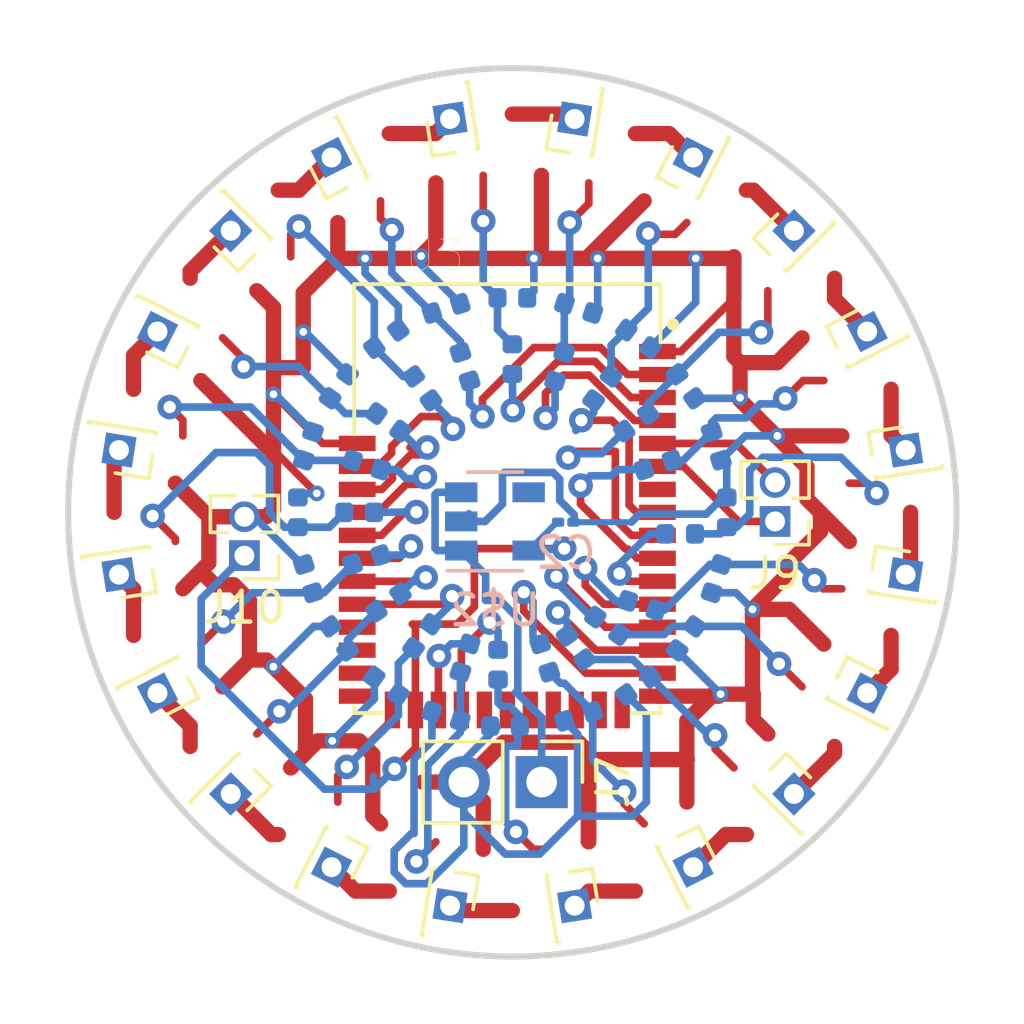
<source format=kicad_pcb>
(kicad_pcb (version 20171130) (host pcbnew 5.1.6-c6e7f7d~87~ubuntu20.04.1)
  (layers (0 F.Cu signal) (31 B.Cu signal) (34 B.Paste user) (35 F.Paste user) (36 B.SilkS user) (37 F.SilkS user) (38 B.Mask user) (39 F.Mask user) (44 Edge.Cuts user))
  (net 0 "")
  (net 1 GND)
  (net 2 /+3V)
  (net 3 +8V)
  (net 4 /SWDIO)
  (net 5 /SWDCLK)
  (net 6 /SMA1_PWR)
  (net 7 /SMA2_PWR)
  (net 8 /SMA3_PWR)
  (net 9 /SMA4_PWR)
  (net 10 /SMA5_PWR)
  (net 11 /SMA6_PWR)
  (net 12 /SMA7_PWR)
  (net 13 /SMA8_PWR)
  (net 14 /SMA9_PWR)
  (net 15 /SMA10_PWR)
  (net 16 /SMA11_PWR)
  (net 17 /SMA12_PWR)
  (net 18 /SMA13_PWR)
  (net 19 /SMA14_PWR)
  (net 20 /SMA15_PWR)
  (net 21 /SMA16_PWR)
  (net 22 /SMA17_PWR)
  (net 23 /SMA18_PWR)
  (net 24 /SMA19_PWR)
  (net 25 /SMA20_PWR)
  (net 26 /SMA1_SIG)
  (net 27 /SMA2_SIG)
  (net 28 /SMA3_SIG)
  (net 29 /SMA4_SIG)
  (net 30 /SMA5_SIG)
  (net 31 /SMA6_SIG)
  (net 32 /SMA7_SIG)
  (net 33 /SMA8_SIG)
  (net 34 /SMA9_SIG)
  (net 35 /SMA10_SIG)
  (net 36 /SMA11_SIG)
  (net 37 /SMA12_SIG)
  (net 38 /SMA13_SIG)
  (net 39 /SMA14_SIG)
  (net 40 /SMA15_SIG)
  (net 41 /SMA16_SIG)
  (net 42 /SMA17_SIG)
  (net 43 /SMA18_SIG)
  (net 44 /SMA19_SIG)
  (net 45 /SMA20_SIG)
  (net 46 "Net-(U3-Pad23)")
  (net 47 "Net-(U3-Pad30)")
  (net 48 "Net-(U3-Pad31)")
  (net 49 "Net-(U3-Pad29)")
  (net 50 "Net-(U3-Pad28)")
  (net 51 /RESET)
  (net 52 "Net-(U$2-Pad4)")
  (net 53 "Net-(U3-Pad17)")
  (net 54 "Net-(U3-Pad18)")
  (net 55 "Net-(U3-Pad20)")
  (net 56 "Net-(U3-Pad19)")
  (net 57 "Net-(U3-Pad21)")
  (net 58 "Net-(U3-Pad22)")
  (module Connector_PinHeader_1.27mm:PinHeader_1x02_P1.27mm_Vertical (layer F.Cu) (at 100.2538 110.4138 180)
    (fp_text reference J10 (at 0 -1.695) (layer F.SilkS))
    (fp_text value 61300311121)
    (pad 2 thru_hole oval (at 0 1.27 180) (size 1 1) (drill 0.65) (layers *.Cu *.Mask) (net 1 GND))
    (pad 1 thru_hole rect (at 0 0 180) (size 1 1) (drill 0.65) (layers *.Cu *.Mask) (net 2 /+3V))
  )
  (module Connector_PinHeader_1.27mm:PinHeader_1x02_P1.27mm_Vertical (layer F.Cu) (at 117.5766 109.2962 180)
    (fp_text reference J9 (at 0 -1.695) (layer F.SilkS))
    (fp_text value 61300211121)
    (pad 2 thru_hole oval (at 0 1.27 180) (size 1 1) (drill 0.65) (layers *.Cu *.Mask) (net 4 /SWDIO))
    (pad 1 thru_hole rect (at 0 0 180) (size 1 1) (drill 0.65) (layers *.Cu *.Mask) (net 5 /SWDCLK))
  )
  (module Package_TO_SOT_SMD:SOT-23-5 (layer B.Cu) (at 108.4326 109.2962)
    (fp_text reference U$2 (at 0 2.9) (layer B.SilkS) (effects (justify mirror)))
    (fp_text value SPX3819M5_3_3)
    (pad 1 smd rect (at -1.1 0.95) (size 1.06 0.65) (layers B.Cu B.Paste B.Mask) (net 3 +8V))
    (pad 2 smd rect (at -1.1 0) (size 1.06 0.65) (layers B.Cu B.Paste B.Mask) (net 1 GND))
    (pad 3 smd rect (at -1.1 -0.95) (size 1.06 0.65) (layers B.Cu B.Paste B.Mask) (net 3 +8V))
    (pad 4 smd rect (at 1.1 -0.95) (size 1.06 0.65) (layers B.Cu B.Paste B.Mask) (net 52 "Net-(U$2-Pad4)"))
    (pad 5 smd rect (at 1.1 0.95) (size 1.06 0.65) (layers B.Cu B.Paste B.Mask) (net 2 /+3V))
  )
  (module BL652-SA-01:XCVR_BL652-SA-01 (layer F.Cu) (at 108.8368 108.5506)
    (fp_text reference U3 (at -2.37522 -7.93209) (layer F.SilkS) (effects (font (size 1.00178 1.00178) (thickness 0.015))))
    (fp_text value BL652-SA-01)
    (pad 1 smd rect (at 4.9 -4.8) (size 1.2 0.5) (layers F.Cu F.Paste F.Mask) (net 1 GND))
    (pad 2 smd rect (at 4.9 -4.05) (size 1.2 0.5) (layers F.Cu F.Paste F.Mask) (net 42 /SMA17_SIG))
    (pad 4 smd rect (at 4.9 -2.55) (size 1.2 0.5) (layers F.Cu F.Paste F.Mask) (net 40 /SMA15_SIG))
    (pad 3 smd rect (at 4.9 -3.3) (size 1.2 0.5) (layers F.Cu F.Paste F.Mask) (net 41 /SMA16_SIG))
    (pad 8 smd rect (at 4.9 0.45) (size 1.2 0.5) (layers F.Cu F.Paste F.Mask) (net 39 /SMA14_SIG))
    (pad 7 smd rect (at 4.9 -0.3) (size 1.2 0.5) (layers F.Cu F.Paste F.Mask) (net 51 /RESET))
    (pad 5 smd rect (at 4.9 -1.8) (size 1.2 0.5) (layers F.Cu F.Paste F.Mask) (net 4 /SWDIO))
    (pad 6 smd rect (at 4.9 -1.05) (size 1.2 0.5) (layers F.Cu F.Paste F.Mask) (net 5 /SWDCLK))
    (pad 16 smd rect (at 4.9 6.45) (size 1.2 0.5) (layers F.Cu F.Paste F.Mask) (net 1 GND))
    (pad 15 smd rect (at 4.9 5.7) (size 1.2 0.5) (layers F.Cu F.Paste F.Mask) (net 32 /SMA7_SIG))
    (pad 13 smd rect (at 4.9 4.2) (size 1.2 0.5) (layers F.Cu F.Paste F.Mask) (net 34 /SMA9_SIG))
    (pad 14 smd rect (at 4.9 4.95) (size 1.2 0.5) (layers F.Cu F.Paste F.Mask) (net 33 /SMA8_SIG))
    (pad 9 smd rect (at 4.9 1.2) (size 1.2 0.5) (layers F.Cu F.Paste F.Mask) (net 38 /SMA13_SIG))
    (pad 10 smd rect (at 4.9 1.95) (size 1.2 0.5) (layers F.Cu F.Paste F.Mask) (net 37 /SMA12_SIG))
    (pad 12 smd rect (at 4.9 3.45) (size 1.2 0.5) (layers F.Cu F.Paste F.Mask) (net 35 /SMA10_SIG))
    (pad 11 smd rect (at 4.9 2.7) (size 1.2 0.5) (layers F.Cu F.Paste F.Mask) (net 36 /SMA11_SIG))
    (pad 36 smd rect (at -4.9 0.45) (size 1.2 0.5) (layers F.Cu F.Paste F.Mask) (net 45 /SMA20_SIG))
    (pad 37 smd rect (at -4.9 -0.3) (size 1.2 0.5) (layers F.Cu F.Paste F.Mask) (net 44 /SMA19_SIG))
    (pad 28 smd rect (at -4.9 6.45) (size 1.2 0.5) (layers F.Cu F.Paste F.Mask) (net 50 "Net-(U3-Pad28)"))
    (pad 29 smd rect (at -4.9 5.7) (size 1.2 0.5) (layers F.Cu F.Paste F.Mask) (net 49 "Net-(U3-Pad29)"))
    (pad 31 smd rect (at -4.9 4.2) (size 1.2 0.5) (layers F.Cu F.Paste F.Mask) (net 48 "Net-(U3-Pad31)"))
    (pad 30 smd rect (at -4.9 4.95) (size 1.2 0.5) (layers F.Cu F.Paste F.Mask) (net 47 "Net-(U3-Pad30)"))
    (pad 35 smd rect (at -4.9 1.2) (size 1.2 0.5) (layers F.Cu F.Paste F.Mask) (net 26 /SMA1_SIG))
    (pad 34 smd rect (at -4.9 1.95) (size 1.2 0.5) (layers F.Cu F.Paste F.Mask) (net 27 /SMA2_SIG))
    (pad 32 smd rect (at -4.9 3.45) (size 1.2 0.5) (layers F.Cu F.Paste F.Mask) (net 29 /SMA4_SIG))
    (pad 33 smd rect (at -4.9 2.7) (size 1.2 0.5) (layers F.Cu F.Paste F.Mask) (net 28 /SMA3_SIG))
    (pad 38 smd rect (at -4.9 -1.05) (size 1.2 0.5) (layers F.Cu F.Paste F.Mask) (net 43 /SMA18_SIG))
    (pad 39 smd rect (at -4.9 -1.8) (size 1.2 0.5) (layers F.Cu F.Paste F.Mask) (net 1 GND))
    (pad 25 smd rect (at -2.25 6.9) (size 0.5 1.2) (layers F.Cu F.Paste F.Mask) (net 30 /SMA5_SIG))
    (pad 26 smd rect (at -3 6.9) (size 0.5 1.2) (layers F.Cu F.Paste F.Mask) (net 2 /+3V))
    (pad 17 smd rect (at 3.75 6.9) (size 0.5 1.2) (layers F.Cu F.Paste F.Mask) (net 53 "Net-(U3-Pad17)"))
    (pad 18 smd rect (at 3 6.9) (size 0.5 1.2) (layers F.Cu F.Paste F.Mask) (net 54 "Net-(U3-Pad18)"))
    (pad 20 smd rect (at 1.5 6.9) (size 0.5 1.2) (layers F.Cu F.Paste F.Mask) (net 55 "Net-(U3-Pad20)"))
    (pad 19 smd rect (at 2.25 6.9) (size 0.5 1.2) (layers F.Cu F.Paste F.Mask) (net 56 "Net-(U3-Pad19)"))
    (pad 24 smd rect (at -1.5 6.9) (size 0.5 1.2) (layers F.Cu F.Paste F.Mask) (net 31 /SMA6_SIG))
    (pad 23 smd rect (at -0.75 6.9) (size 0.5 1.2) (layers F.Cu F.Paste F.Mask) (net 46 "Net-(U3-Pad23)"))
    (pad 21 smd rect (at 0.75 6.9) (size 0.5 1.2) (layers F.Cu F.Paste F.Mask) (net 57 "Net-(U3-Pad21)"))
    (pad 22 smd rect (at 0 6.9) (size 0.5 1.2) (layers F.Cu F.Paste F.Mask) (net 58 "Net-(U3-Pad22)"))
    (pad 27 smd rect (at -3.75 6.9) (size 0.5 1.2) (layers F.Cu F.Paste F.Mask) (net 1 GND))
  )
  (module Resistor_SMD:R_0402_1005Metric (layer B.Cu) (at 104.244717 107.454915 162)
    (fp_text reference RS20 hide)
    (fp_text value " ")
    (pad 1 smd roundrect (at -0.485 0 162) (size 0.59 0.64) (layers B.Cu B.Paste B.Mask) (net 45 /SMA20_SIG))
    (pad 2 smd roundrect (at 0.485 0 162) (size 0.59 0.64) (layers B.Cu B.Paste B.Mask) (net 25 /SMA20_PWR))
  )
  (module Resistor_SMD:R_0402_1005Metric (layer B.Cu) (at 104.954915 106.061073 144)
    (fp_text reference RS19 hide)
    (fp_text value " ")
    (pad 1 smd roundrect (at -0.485 0 144) (size 0.59 0.64) (layers B.Cu B.Paste B.Mask) (net 44 /SMA19_SIG))
    (pad 2 smd roundrect (at 0.485 0 144) (size 0.59 0.64) (layers B.Cu B.Paste B.Mask) (net 24 /SMA19_PWR))
  )
  (module Resistor_SMD:R_0402_1005Metric (layer B.Cu) (at 106.061073 104.954915 126)
    (fp_text reference RS18 hide)
    (fp_text value " ")
    (pad 1 smd roundrect (at -0.485 0 126) (size 0.59 0.64) (layers B.Cu B.Paste B.Mask) (net 43 /SMA18_SIG))
    (pad 2 smd roundrect (at 0.485 0 126) (size 0.59 0.64) (layers B.Cu B.Paste B.Mask) (net 23 /SMA18_PWR))
  )
  (module Resistor_SMD:R_0402_1005Metric (layer B.Cu) (at 107.454915 104.244717 108)
    (fp_text reference RS17 hide)
    (fp_text value " ")
    (pad 1 smd roundrect (at -0.485 0 108) (size 0.59 0.64) (layers B.Cu B.Paste B.Mask) (net 42 /SMA17_SIG))
    (pad 2 smd roundrect (at 0.485 0 108) (size 0.59 0.64) (layers B.Cu B.Paste B.Mask) (net 22 /SMA17_PWR))
  )
  (module Resistor_SMD:R_0402_1005Metric (layer B.Cu) (at 109 104 90)
    (fp_text reference RS16 hide)
    (fp_text value " ")
    (pad 1 smd roundrect (at -0.485 0 90) (size 0.59 0.64) (layers B.Cu B.Paste B.Mask) (net 41 /SMA16_SIG))
    (pad 2 smd roundrect (at 0.485 0 90) (size 0.59 0.64) (layers B.Cu B.Paste B.Mask) (net 21 /SMA16_PWR))
  )
  (module Resistor_SMD:R_0402_1005Metric (layer B.Cu) (at 110.545084 104.244717 72)
    (fp_text reference RS15 hide)
    (fp_text value " ")
    (pad 1 smd roundrect (at -0.485 0 72) (size 0.59 0.64) (layers B.Cu B.Paste B.Mask) (net 40 /SMA15_SIG))
    (pad 2 smd roundrect (at 0.485 0 72) (size 0.59 0.64) (layers B.Cu B.Paste B.Mask) (net 20 /SMA15_PWR))
  )
  (module Resistor_SMD:R_0402_1005Metric (layer B.Cu) (at 111.938926 104.954915 54)
    (fp_text reference RS14 hide)
    (fp_text value " ")
    (pad 1 smd roundrect (at -0.485 0 54) (size 0.59 0.64) (layers B.Cu B.Paste B.Mask) (net 39 /SMA14_SIG))
    (pad 2 smd roundrect (at 0.485 0 54) (size 0.59 0.64) (layers B.Cu B.Paste B.Mask) (net 19 /SMA14_PWR))
  )
  (module Resistor_SMD:R_0402_1005Metric (layer B.Cu) (at 113.045084 106.061073 36)
    (fp_text reference RS13 hide)
    (fp_text value " ")
    (pad 1 smd roundrect (at -0.485 0 36) (size 0.59 0.64) (layers B.Cu B.Paste B.Mask) (net 38 /SMA13_SIG))
    (pad 2 smd roundrect (at 0.485 0 36) (size 0.59 0.64) (layers B.Cu B.Paste B.Mask) (net 18 /SMA13_PWR))
  )
  (module Resistor_SMD:R_0402_1005Metric (layer B.Cu) (at 113.755282 107.454915 18)
    (fp_text reference RS12 hide)
    (fp_text value " ")
    (pad 1 smd roundrect (at -0.485 0 18) (size 0.59 0.64) (layers B.Cu B.Paste B.Mask) (net 37 /SMA12_SIG))
    (pad 2 smd roundrect (at 0.485 0 18) (size 0.59 0.64) (layers B.Cu B.Paste B.Mask) (net 17 /SMA12_PWR))
  )
  (module Resistor_SMD:R_0402_1005Metric (layer B.Cu) (at 114.4778 109.7026)
    (fp_text reference RS11 hide)
    (fp_text value " ")
    (pad 1 smd roundrect (at -0.485 0) (size 0.59 0.64) (layers B.Cu B.Paste B.Mask) (net 36 /SMA11_SIG))
    (pad 2 smd roundrect (at 0.485 0) (size 0.59 0.64) (layers B.Cu B.Paste B.Mask) (net 16 /SMA11_PWR))
  )
  (module Resistor_SMD:R_0402_1005Metric (layer B.Cu) (at 113.229138 112.041927 342)
    (fp_text reference RS10 hide)
    (fp_text value " ")
    (pad 1 smd roundrect (at -0.485 0 342) (size 0.59 0.64) (layers B.Cu B.Paste B.Mask) (net 35 /SMA10_SIG))
    (pad 2 smd roundrect (at 0.485 0 342) (size 0.59 0.64) (layers B.Cu B.Paste B.Mask) (net 15 /SMA10_PWR))
  )
  (module Resistor_SMD:R_0402_1005Metric (layer B.Cu) (at 112.101573 112.705476 324)
    (fp_text reference RS9 hide)
    (fp_text value " ")
    (pad 1 smd roundrect (at -0.485 0 324) (size 0.59 0.64) (layers B.Cu B.Paste B.Mask) (net 34 /SMA9_SIG))
    (pad 2 smd roundrect (at 0.485 0 324) (size 0.59 0.64) (layers B.Cu B.Paste B.Mask) (net 14 /SMA9_PWR))
  )
  (module Resistor_SMD:R_0402_1005Metric (layer B.Cu) (at 111.0742 113.411 306)
    (fp_text reference RS8 hide)
    (fp_text value " ")
    (pad 1 smd roundrect (at -0.485 0 306) (size 0.59 0.64) (layers B.Cu B.Paste B.Mask) (net 33 /SMA8_SIG))
    (pad 2 smd roundrect (at 0.485 0 306) (size 0.59 0.64) (layers B.Cu B.Paste B.Mask) (net 13 /SMA8_PWR))
  )
  (module Resistor_SMD:R_0402_1005Metric (layer B.Cu) (at 110.0582 113.755282 288)
    (fp_text reference RS7 hide)
    (fp_text value " ")
    (pad 1 smd roundrect (at -0.485 0 288) (size 0.59 0.64) (layers B.Cu B.Paste B.Mask) (net 32 /SMA7_SIG))
    (pad 2 smd roundrect (at 0.485 0 288) (size 0.59 0.64) (layers B.Cu B.Paste B.Mask) (net 12 /SMA7_PWR))
  )
  (module Resistor_SMD:R_0402_1005Metric (layer B.Cu) (at 108.5342 113.9722 270)
    (fp_text reference RS6 hide)
    (fp_text value " ")
    (pad 1 smd roundrect (at -0.485 0 270) (size 0.59 0.64) (layers B.Cu B.Paste B.Mask) (net 31 /SMA6_SIG))
    (pad 2 smd roundrect (at 0.485 0 270) (size 0.59 0.64) (layers B.Cu B.Paste B.Mask) (net 11 /SMA6_PWR))
  )
  (module Resistor_SMD:R_0402_1005Metric (layer B.Cu) (at 107.454915 113.755282 252)
    (fp_text reference RS5 hide)
    (fp_text value " ")
    (pad 1 smd roundrect (at -0.485 0 252) (size 0.59 0.64) (layers B.Cu B.Paste B.Mask) (net 30 /SMA5_SIG))
    (pad 2 smd roundrect (at 0.485 0 252) (size 0.59 0.64) (layers B.Cu B.Paste B.Mask) (net 10 /SMA5_PWR))
  )
  (module Resistor_SMD:R_0402_1005Metric (layer B.Cu) (at 106.061073 113.045084 234)
    (fp_text reference RS4 hide)
    (fp_text value " ")
    (pad 1 smd roundrect (at -0.485 0 234) (size 0.59 0.64) (layers B.Cu B.Paste B.Mask) (net 29 /SMA4_SIG))
    (pad 2 smd roundrect (at 0.485 0 234) (size 0.59 0.64) (layers B.Cu B.Paste B.Mask) (net 9 /SMA4_PWR))
  )
  (module Resistor_SMD:R_0402_1005Metric (layer B.Cu) (at 104.954915 111.938926 216)
    (fp_text reference RS3 hide)
    (fp_text value " ")
    (pad 1 smd roundrect (at -0.485 0 216) (size 0.59 0.64) (layers B.Cu B.Paste B.Mask) (net 28 /SMA3_SIG))
    (pad 2 smd roundrect (at 0.485 0 216) (size 0.59 0.64) (layers B.Cu B.Paste B.Mask) (net 8 /SMA3_PWR))
  )
  (module Resistor_SMD:R_0402_1005Metric (layer B.Cu) (at 104.244717 110.545084 198)
    (fp_text reference RS2 hide)
    (fp_text value " ")
    (pad 1 smd roundrect (at -0.485 0 198) (size 0.59 0.64) (layers B.Cu B.Paste B.Mask) (net 27 /SMA2_SIG))
    (pad 2 smd roundrect (at 0.485 0 198) (size 0.59 0.64) (layers B.Cu B.Paste B.Mask) (net 7 /SMA2_PWR))
  )
  (module Resistor_SMD:R_0402_1005Metric (layer B.Cu) (at 104 109 180)
    (fp_text reference RS1 hide)
    (fp_text value " ")
    (pad 1 smd roundrect (at -0.485 0 180) (size 0.59 0.64) (layers B.Cu B.Paste B.Mask) (net 26 /SMA1_SIG))
    (pad 2 smd roundrect (at 0.485 0 180) (size 0.59 0.64) (layers B.Cu B.Paste B.Mask) (net 6 /SMA1_PWR))
  )
  (module Resistor_SMD:R_0402_1005Metric (layer B.Cu) (at 102.342604 106.836881 252)
    (fp_text reference RP20 hide)
    (fp_text value " ")
    (pad 1 smd roundrect (at -0.485 0 252) (size 0.59 0.64) (layers B.Cu B.Paste B.Mask) (net 1 GND))
    (pad 2 smd roundrect (at 0.485 0 252) (size 0.59 0.64) (layers B.Cu B.Paste B.Mask) (net 25 /SMA20_PWR))
  )
  (module Resistor_SMD:R_0402_1005Metric (layer B.Cu) (at 103.336881 104.885503 234)
    (fp_text reference RP19 hide)
    (fp_text value " ")
    (pad 1 smd roundrect (at -0.485 0 234) (size 0.59 0.64) (layers B.Cu B.Paste B.Mask) (net 1 GND))
    (pad 2 smd roundrect (at 0.485 0 234) (size 0.59 0.64) (layers B.Cu B.Paste B.Mask) (net 24 /SMA19_PWR))
  )
  (module Resistor_SMD:R_0402_1005Metric (layer B.Cu) (at 104.885503 103.336881 216)
    (fp_text reference RP18 hide)
    (fp_text value " ")
    (pad 1 smd roundrect (at -0.485 0 216) (size 0.59 0.64) (layers B.Cu B.Paste B.Mask) (net 1 GND))
    (pad 2 smd roundrect (at 0.485 0 216) (size 0.59 0.64) (layers B.Cu B.Paste B.Mask) (net 23 /SMA18_PWR))
  )
  (module Resistor_SMD:R_0402_1005Metric (layer B.Cu) (at 106.836881 102.342604 198)
    (fp_text reference RP17 hide)
    (fp_text value " ")
    (pad 1 smd roundrect (at -0.485 0 198) (size 0.59 0.64) (layers B.Cu B.Paste B.Mask) (net 1 GND))
    (pad 2 smd roundrect (at 0.485 0 198) (size 0.59 0.64) (layers B.Cu B.Paste B.Mask) (net 22 /SMA17_PWR))
  )
  (module Resistor_SMD:R_0402_1005Metric (layer B.Cu) (at 109 102 180)
    (fp_text reference RP16 hide)
    (fp_text value " ")
    (pad 1 smd roundrect (at -0.485 0 180) (size 0.59 0.64) (layers B.Cu B.Paste B.Mask) (net 1 GND))
    (pad 2 smd roundrect (at 0.485 0 180) (size 0.59 0.64) (layers B.Cu B.Paste B.Mask) (net 21 /SMA16_PWR))
  )
  (module Resistor_SMD:R_0402_1005Metric (layer B.Cu) (at 111.163118 102.342604 162)
    (fp_text reference RP15 hide)
    (fp_text value " ")
    (pad 1 smd roundrect (at -0.485 0 162) (size 0.59 0.64) (layers B.Cu B.Paste B.Mask) (net 1 GND))
    (pad 2 smd roundrect (at 0.485 0 162) (size 0.59 0.64) (layers B.Cu B.Paste B.Mask) (net 20 /SMA15_PWR))
  )
  (module Resistor_SMD:R_0402_1005Metric (layer B.Cu) (at 113.114496 103.336881 144)
    (fp_text reference RP14 hide)
    (fp_text value " ")
    (pad 1 smd roundrect (at -0.485 0 144) (size 0.59 0.64) (layers B.Cu B.Paste B.Mask) (net 1 GND))
    (pad 2 smd roundrect (at 0.485 0 144) (size 0.59 0.64) (layers B.Cu B.Paste B.Mask) (net 19 /SMA14_PWR))
  )
  (module Resistor_SMD:R_0402_1005Metric (layer B.Cu) (at 114.663118 104.885503 126)
    (fp_text reference RP13 hide)
    (fp_text value " ")
    (pad 1 smd roundrect (at -0.485 0 126) (size 0.59 0.64) (layers B.Cu B.Paste B.Mask) (net 1 GND))
    (pad 2 smd roundrect (at 0.485 0 126) (size 0.59 0.64) (layers B.Cu B.Paste B.Mask) (net 18 /SMA13_PWR))
  )
  (module Resistor_SMD:R_0402_1005Metric (layer B.Cu) (at 115.657395 106.836881 108)
    (fp_text reference RP12 hide)
    (fp_text value " ")
    (pad 1 smd roundrect (at -0.485 0 108) (size 0.59 0.64) (layers B.Cu B.Paste B.Mask) (net 1 GND))
    (pad 2 smd roundrect (at 0.485 0 108) (size 0.59 0.64) (layers B.Cu B.Paste B.Mask) (net 17 /SMA12_PWR))
  )
  (module Resistor_SMD:R_0402_1005Metric (layer B.Cu) (at 116 109 270)
    (fp_text reference RP11 hide)
    (fp_text value " ")
    (pad 1 smd roundrect (at -0.485 0 270) (size 0.59 0.64) (layers B.Cu B.Paste B.Mask) (net 1 GND))
    (pad 2 smd roundrect (at 0.485 0 270) (size 0.59 0.64) (layers B.Cu B.Paste B.Mask) (net 16 /SMA11_PWR))
  )
  (module Resistor_SMD:R_0402_1005Metric (layer B.Cu) (at 115.657395 111.163118 72)
    (fp_text reference RP10 hide)
    (fp_text value " ")
    (pad 1 smd roundrect (at -0.485 0 72) (size 0.59 0.64) (layers B.Cu B.Paste B.Mask) (net 1 GND))
    (pad 2 smd roundrect (at 0.485 0 72) (size 0.59 0.64) (layers B.Cu B.Paste B.Mask) (net 15 /SMA10_PWR))
  )
  (module Resistor_SMD:R_0402_1005Metric (layer B.Cu) (at 114.663118 113.114496 54)
    (fp_text reference RP9 hide)
    (fp_text value " ")
    (pad 1 smd roundrect (at -0.485 0 54) (size 0.59 0.64) (layers B.Cu B.Paste B.Mask) (net 1 GND))
    (pad 2 smd roundrect (at 0.485 0 54) (size 0.59 0.64) (layers B.Cu B.Paste B.Mask) (net 14 /SMA9_PWR))
  )
  (module Resistor_SMD:R_0402_1005Metric (layer B.Cu) (at 113.114496 114.663118 36)
    (fp_text reference RP8 hide)
    (fp_text value " ")
    (pad 1 smd roundrect (at -0.485 0 36) (size 0.59 0.64) (layers B.Cu B.Paste B.Mask) (net 1 GND))
    (pad 2 smd roundrect (at 0.485 0 36) (size 0.59 0.64) (layers B.Cu B.Paste B.Mask) (net 13 /SMA8_PWR))
  )
  (module Resistor_SMD:R_0402_1005Metric (layer B.Cu) (at 111.163118 115.657395 18)
    (fp_text reference RP7 hide)
    (fp_text value " ")
    (pad 1 smd roundrect (at -0.485 0 18) (size 0.59 0.64) (layers B.Cu B.Paste B.Mask) (net 1 GND))
    (pad 2 smd roundrect (at 0.485 0 18) (size 0.59 0.64) (layers B.Cu B.Paste B.Mask) (net 12 /SMA7_PWR))
  )
  (module Resistor_SMD:R_0402_1005Metric (layer B.Cu) (at 108.7604 115.9764)
    (fp_text reference RP6 hide)
    (fp_text value " ")
    (pad 1 smd roundrect (at -0.485 0) (size 0.59 0.64) (layers B.Cu B.Paste B.Mask) (net 1 GND))
    (pad 2 smd roundrect (at 0.485 0) (size 0.59 0.64) (layers B.Cu B.Paste B.Mask) (net 11 /SMA6_PWR))
  )
  (module Resistor_SMD:R_0402_1005Metric (layer B.Cu) (at 106.836881 115.657395 342)
    (fp_text reference RP5 hide)
    (fp_text value " ")
    (pad 1 smd roundrect (at -0.485 0 342) (size 0.59 0.64) (layers B.Cu B.Paste B.Mask) (net 1 GND))
    (pad 2 smd roundrect (at 0.485 0 342) (size 0.59 0.64) (layers B.Cu B.Paste B.Mask) (net 10 /SMA5_PWR))
  )
  (module Resistor_SMD:R_0402_1005Metric (layer B.Cu) (at 104.885503 114.663118 324)
    (fp_text reference RP4 hide)
    (fp_text value " ")
    (pad 1 smd roundrect (at -0.485 0 324) (size 0.59 0.64) (layers B.Cu B.Paste B.Mask) (net 1 GND))
    (pad 2 smd roundrect (at 0.485 0 324) (size 0.59 0.64) (layers B.Cu B.Paste B.Mask) (net 9 /SMA4_PWR))
  )
  (module Resistor_SMD:R_0402_1005Metric (layer B.Cu) (at 103.336881 113.114496 306)
    (fp_text reference RP3 hide)
    (fp_text value " ")
    (pad 1 smd roundrect (at -0.485 0 306) (size 0.59 0.64) (layers B.Cu B.Paste B.Mask) (net 1 GND))
    (pad 2 smd roundrect (at 0.485 0 306) (size 0.59 0.64) (layers B.Cu B.Paste B.Mask) (net 8 /SMA3_PWR))
  )
  (module Resistor_SMD:R_0402_1005Metric (layer B.Cu) (at 102.342604 111.163118 288)
    (fp_text reference RP2 hide)
    (fp_text value " ")
    (pad 1 smd roundrect (at -0.485 0 288) (size 0.59 0.64) (layers B.Cu B.Paste B.Mask) (net 1 GND))
    (pad 2 smd roundrect (at 0.485 0 288) (size 0.59 0.64) (layers B.Cu B.Paste B.Mask) (net 7 /SMA2_PWR))
  )
  (module Resistor_SMD:R_0402_1005Metric (layer B.Cu) (at 102 109 270)
    (fp_text reference RP1 hide)
    (fp_text value " ")
    (pad 1 smd roundrect (at -0.485 0 270) (size 0.59 0.64) (layers B.Cu B.Paste B.Mask) (net 1 GND))
    (pad 2 smd roundrect (at 0.485 0 270) (size 0.59 0.64) (layers B.Cu B.Paste B.Mask) (net 6 /SMA1_PWR))
  )
  (module Connector_PinHeader_1.27mm:PinHeader_1x01_P1.27mm_Vertical (layer F.Cu) (at 97.416915 103.098123 153)
    (fp_text reference P20 hide)
    (fp_text value CONN_01)
    (pad 1 thru_hole rect (at 0 0 153) (size 1 1) (drill 0.65) (layers *.Cu *.Mask) (net 25 /SMA20_PWR))
  )
  (module Connector_PinHeader_1.27mm:PinHeader_1x01_P1.27mm_Vertical (layer F.Cu) (at 99.807611 99.807611 135)
    (fp_text reference P19 hide)
    (fp_text value CONN_01)
    (pad 1 thru_hole rect (at 0 0 135) (size 1 1) (drill 0.65) (layers *.Cu *.Mask) (net 24 /SMA19_PWR))
  )
  (module Connector_PinHeader_1.27mm:PinHeader_1x01_P1.27mm_Vertical (layer F.Cu) (at 103.098123 97.416915 117)
    (fp_text reference P18 hide)
    (fp_text value CONN_01)
    (pad 1 thru_hole rect (at 0 0 117) (size 1 1) (drill 0.65) (layers *.Cu *.Mask) (net 23 /SMA18_PWR))
  )
  (module Connector_PinHeader_1.27mm:PinHeader_1x01_P1.27mm_Vertical (layer F.Cu) (at 106.966351 96.160051 99)
    (fp_text reference P17 hide)
    (fp_text value CONN_01)
    (pad 1 thru_hole rect (at 0 0 99) (size 1 1) (drill 0.65) (layers *.Cu *.Mask) (net 22 /SMA17_PWR))
  )
  (module Connector_PinHeader_1.27mm:PinHeader_1x01_P1.27mm_Vertical (layer F.Cu) (at 111.033648 96.160051 81)
    (fp_text reference P16 hide)
    (fp_text value CONN_01)
    (pad 1 thru_hole rect (at 0 0 81) (size 1 1) (drill 0.65) (layers *.Cu *.Mask) (net 21 /SMA16_PWR))
  )
  (module Connector_PinHeader_1.27mm:PinHeader_1x01_P1.27mm_Vertical (layer F.Cu) (at 114.901876 97.416915 63)
    (fp_text reference P15 hide)
    (fp_text value CONN_01)
    (pad 1 thru_hole rect (at 0 0 63) (size 1 1) (drill 0.65) (layers *.Cu *.Mask) (net 20 /SMA15_PWR))
  )
  (module Connector_PinHeader_1.27mm:PinHeader_1x01_P1.27mm_Vertical (layer F.Cu) (at 118.192388 99.807611 45)
    (fp_text reference P14 hide)
    (fp_text value CONN_01)
    (pad 1 thru_hole rect (at 0 0 45) (size 1 1) (drill 0.65) (layers *.Cu *.Mask) (net 19 /SMA14_PWR))
  )
  (module Connector_PinHeader_1.27mm:PinHeader_1x01_P1.27mm_Vertical (layer F.Cu) (at 120.583084 103.098123 27)
    (fp_text reference P13 hide)
    (fp_text value CONN_01)
    (pad 1 thru_hole rect (at 0 0 27) (size 1 1) (drill 0.65) (layers *.Cu *.Mask) (net 18 /SMA13_PWR))
  )
  (module Connector_PinHeader_1.27mm:PinHeader_1x01_P1.27mm_Vertical (layer F.Cu) (at 121.839948 106.966351 9)
    (fp_text reference P12 hide)
    (fp_text value CONN_01)
    (pad 1 thru_hole rect (at 0 0 9) (size 1 1) (drill 0.65) (layers *.Cu *.Mask) (net 17 /SMA12_PWR))
  )
  (module Connector_PinHeader_1.27mm:PinHeader_1x01_P1.27mm_Vertical (layer F.Cu) (at 121.839948 111.033648 351)
    (fp_text reference P11 hide)
    (fp_text value CONN_01)
    (pad 1 thru_hole rect (at 0 0 351) (size 1 1) (drill 0.65) (layers *.Cu *.Mask) (net 16 /SMA11_PWR))
  )
  (module Connector_PinHeader_1.27mm:PinHeader_1x01_P1.27mm_Vertical (layer F.Cu) (at 120.583084 114.901876 333)
    (fp_text reference P10 hide)
    (fp_text value CONN_01)
    (pad 1 thru_hole rect (at 0 0 333) (size 1 1) (drill 0.65) (layers *.Cu *.Mask) (net 15 /SMA10_PWR))
  )
  (module Connector_PinHeader_1.27mm:PinHeader_1x01_P1.27mm_Vertical (layer F.Cu) (at 118.192388 118.192388 315)
    (fp_text reference P9 hide)
    (fp_text value CONN_01)
    (pad 1 thru_hole rect (at 0 0 315) (size 1 1) (drill 0.65) (layers *.Cu *.Mask) (net 14 /SMA9_PWR))
  )
  (module Connector_PinHeader_1.27mm:PinHeader_1x01_P1.27mm_Vertical (layer F.Cu) (at 114.901876 120.583084 297)
    (fp_text reference P8 hide)
    (fp_text value CONN_01)
    (pad 1 thru_hole rect (at 0 0 297) (size 1 1) (drill 0.65) (layers *.Cu *.Mask) (net 13 /SMA8_PWR))
  )
  (module Connector_PinHeader_1.27mm:PinHeader_1x01_P1.27mm_Vertical (layer F.Cu) (at 111.033648 121.839948 279)
    (fp_text reference P7 hide)
    (fp_text value CONN_01)
    (pad 1 thru_hole rect (at 0 0 279) (size 1 1) (drill 0.65) (layers *.Cu *.Mask) (net 12 /SMA7_PWR))
  )
  (module Connector_PinHeader_1.27mm:PinHeader_1x01_P1.27mm_Vertical (layer F.Cu) (at 106.966351 121.839948 261)
    (fp_text reference P6 hide)
    (fp_text value CONN_01)
    (pad 1 thru_hole rect (at 0 0 261) (size 1 1) (drill 0.65) (layers *.Cu *.Mask) (net 11 /SMA6_PWR))
  )
  (module Connector_PinHeader_1.27mm:PinHeader_1x01_P1.27mm_Vertical (layer F.Cu) (at 103.098123 120.583084 243)
    (fp_text reference P5 hide)
    (fp_text value CONN_01)
    (pad 1 thru_hole rect (at 0 0 243) (size 1 1) (drill 0.65) (layers *.Cu *.Mask) (net 10 /SMA5_PWR))
  )
  (module Connector_PinHeader_1.27mm:PinHeader_1x01_P1.27mm_Vertical (layer F.Cu) (at 99.807611 118.192388 225)
    (fp_text reference P4 hide)
    (fp_text value CONN_01)
    (pad 1 thru_hole rect (at 0 0 225) (size 1 1) (drill 0.65) (layers *.Cu *.Mask) (net 9 /SMA4_PWR))
  )
  (module Connector_PinHeader_1.27mm:PinHeader_1x01_P1.27mm_Vertical (layer F.Cu) (at 97.416915 114.901876 207)
    (fp_text reference P3 hide)
    (fp_text value CONN_01)
    (pad 1 thru_hole rect (at 0 0 207) (size 1 1) (drill 0.65) (layers *.Cu *.Mask) (net 8 /SMA3_PWR))
  )
  (module Connector_PinHeader_1.27mm:PinHeader_1x01_P1.27mm_Vertical (layer F.Cu) (at 96.160051 111.033648 189)
    (fp_text reference P2 hide)
    (fp_text value CONN_01)
    (pad 1 thru_hole rect (at 0 0 189) (size 1 1) (drill 0.65) (layers *.Cu *.Mask) (net 7 /SMA2_PWR))
  )
  (module Connector_PinHeader_1.27mm:PinHeader_1x01_P1.27mm_Vertical (layer F.Cu) (at 96.160051 106.966351 171)
    (fp_text reference P1 hide)
    (fp_text value CONN_01)
    (pad 1 thru_hole rect (at 0 0 171) (size 1 1) (drill 0.65) (layers *.Cu *.Mask) (net 6 /SMA1_PWR))
  )
  (module Connector_PinHeader_2.54mm:PinHeader_1x02_P2.54mm_Vertical (layer F.Cu) (at 109.9566 117.8052 270)
    (fp_text reference J7 (at 0 -2.33 90) (layer F.SilkS))
    (fp_text value 61300211121)
    (pad 1 thru_hole rect (at 0 0 270) (size 1.7 1.7) (drill 1) (layers *.Cu *.Mask) (net 3 +8V))
    (pad 2 thru_hole oval (at 0 2.54 270) (size 1.7 1.7) (drill 1) (layers *.Cu *.Mask) (net 1 GND))
  )
  (module Capacitor_SMD:C_01005_0402Metric (layer B.Cu) (at 110.744 109.3216)
    (fp_text reference C2 (at 0 1) (layer B.SilkS) (effects (justify mirror)))
    (fp_text value C-USC0402)
    (pad 1 smd roundrect (at -0.25 0) (size 0.4 0.3) (layers B.Cu B.Mask) (net 2 /+3V))
    (pad 2 smd roundrect (at 0.25 0) (size 0.4 0.3) (layers B.Cu B.Mask) (net 1 GND))
  )
  (gr_circle (center 109 109) (end 123.5 109) (layer Edge.Cuts) (width 0.2))
  (via (at 102.616 108.3818) (size 0.508) (drill 0.254) (layers F.Cu B.Cu) (net 1))
  (segment (start 100.2538 109.1438) (end 99.0938 109.1438) (width 0.5) (layer F.Cu) (net 1))
  (segment (start 101.203801 107.069166) (end 98.831944 104.697309) (width 0.5) (layer F.Cu) (net 1))
  (segment (start 101.203801 108.900905) (end 101.203801 107.069166) (width 0.5) (layer F.Cu) (net 1))
  (segment (start 100.960906 109.1438) (end 101.203801 108.900905) (width 0.5) (layer F.Cu) (net 1))
  (segment (start 100.2538 109.1438) (end 100.960906 109.1438) (width 0.5) (layer F.Cu) (net 1))
  (segment (start 101.203801 102.310387) (end 100.659209 101.765795) (width 0.5) (layer F.Cu) (net 1))
  (segment (start 101.203801 104.277201) (end 102.173999 104.277201) (width 0.5) (layer F.Cu) (net 1))
  (segment (start 101.203801 107.069166) (end 101.203801 105.145799) (width 0.5) (layer F.Cu) (net 1))
  (segment (start 101.203801 104.277201) (end 101.203801 102.310387) (width 0.5) (layer F.Cu) (net 1))
  (segment (start 102.173999 104.277201) (end 102.173999 103.108801) (width 0.5) (layer F.Cu) (net 1))
  (segment (start 103.302927 100.709873) (end 103.302927 99.542417) (width 0.5) (layer F.Cu) (net 1))
  (segment (start 102.173999 101.838801) (end 103.302927 100.709873) (width 0.5) (layer F.Cu) (net 1))
  (segment (start 103.302927 100.709873) (end 104.191927 100.709873) (width 0.5) (layer F.Cu) (net 1))
  (segment (start 106.504317 100.150083) (end 106.504317 98.244811) (width 0.5) (layer F.Cu) (net 1))
  (segment (start 105.944527 100.709873) (end 106.0196 100.6348) (width 0.5) (layer F.Cu) (net 1))
  (segment (start 105.944527 100.709873) (end 109.703727 100.709873) (width 0.5) (layer F.Cu) (net 1))
  (segment (start 109.95 100.600546) (end 109.95 98) (width 0.5) (layer F.Cu) (net 1))
  (segment (start 110.059327 100.709873) (end 109.95 100.600546) (width 0.5) (layer F.Cu) (net 1))
  (segment (start 111.424761 100.709873) (end 113.30269 98.831944) (width 0.5) (layer F.Cu) (net 1))
  (segment (start 110.059327 100.709873) (end 111.424761 100.709873) (width 0.5) (layer F.Cu) (net 1))
  (segment (start 116.18354 100.709873) (end 116.234204 100.659209) (width 0.5) (layer F.Cu) (net 1))
  (segment (start 111.424761 100.709873) (end 111.786527 100.709873) (width 0.5) (layer F.Cu) (net 1))
  (segment (start 116.234204 102.012675) (end 116.2304 102.016479) (width 0.5) (layer F.Cu) (net 1))
  (segment (start 116.234204 100.659209) (end 116.234204 102.012675) (width 0.5) (layer F.Cu) (net 1))
  (segment (start 116.2304 102.016479) (end 116.2304 103.9114) (width 0.5) (layer F.Cu) (net 1))
  (segment (start 116.2304 103.9114) (end 116.4336 104.1146) (width 0.5) (layer F.Cu) (net 1))
  (segment (start 117.645909 104.1146) (end 118.457582 103.302927) (width 0.5) (layer F.Cu) (net 1))
  (segment (start 116.4336 104.1146) (end 117.645909 104.1146) (width 0.5) (layer F.Cu) (net 1))
  (segment (start 116.4336 104.1146) (end 116.4336 105.2576) (width 0.5) (layer F.Cu) (net 1))
  (segment (start 117.604117 106.504317) (end 117.650683 106.504317) (width 0.5) (layer F.Cu) (net 1))
  (segment (start 116.4336 105.3338) (end 117.604117 106.504317) (width 0.5) (layer F.Cu) (net 1))
  (segment (start 118.618 107.5182) (end 117.604117 106.504317) (width 0.5) (layer F.Cu) (net 1))
  (segment (start 118.618 108.568) (end 118.618 107.5182) (width 0.5) (layer F.Cu) (net 1))
  (segment (start 119.0583 109.624502) (end 117.989602 110.6932) (width 0.5) (layer F.Cu) (net 1))
  (segment (start 119.0583 109.0083) (end 119.0583 109.624502) (width 0.5) (layer F.Cu) (net 1))
  (segment (start 120 109.95) (end 119.0583 109.0083) (width 0.5) (layer F.Cu) (net 1))
  (segment (start 119.0583 109.0083) (end 118.618 108.568) (width 0.5) (layer F.Cu) (net 1))
  (segment (start 117.989602 110.6932) (end 117.989602 111.016798) (width 0.5) (layer F.Cu) (net 1))
  (segment (start 117.989602 111.016798) (end 116.84 112.1664) (width 0.5) (layer F.Cu) (net 1))
  (segment (start 118.031765 112.1664) (end 119.168055 113.30269) (width 0.5) (layer F.Cu) (net 1))
  (segment (start 116.84 112.1664) (end 118.031765 112.1664) (width 0.5) (layer F.Cu) (net 1))
  (segment (start 116.84 112.1664) (end 116.84 114.9096) (width 0.5) (layer F.Cu) (net 1))
  (segment (start 116.84 114.9096) (end 116.8654 114.935) (width 0.5) (layer F.Cu) (net 1))
  (segment (start 116.8654 115.758814) (end 117.34079 116.234204) (width 0.5) (layer F.Cu) (net 1))
  (segment (start 116.8654 114.935) (end 116.8654 115.758814) (width 0.5) (layer F.Cu) (net 1))
  (segment (start 111.515328 117.592672) (end 111.4806 117.6274) (width 0.5) (layer F.Cu) (net 1))
  (segment (start 114.713144 117.0686) (end 111.5314 117.0686) (width 0.5) (layer F.Cu) (net 1))
  (segment (start 114.697072 117.592672) (end 114.697072 118.457582) (width 0.5) (layer F.Cu) (net 1))
  (segment (start 111.4806 119.740106) (end 111.495682 119.755188) (width 0.5) (layer F.Cu) (net 1))
  (segment (start 111.4806 117.6274) (end 111.4806 119.740106) (width 0.5) (layer F.Cu) (net 1))
  (segment (start 111.495682 116.83428) (end 111.495682 119.755188) (width 0.5) (layer F.Cu) (net 1))
  (segment (start 111.166601 116.505199) (end 111.495682 116.83428) (width 0.5) (layer F.Cu) (net 1))
  (segment (start 108.716601 116.505199) (end 111.166601 116.505199) (width 0.5) (layer F.Cu) (net 1))
  (segment (start 107.4166 117.8052) (end 108.716601 116.505199) (width 0.5) (layer F.Cu) (net 1))
  (segment (start 108.05 118.4386) (end 108.05 120) (width 0.5) (layer F.Cu) (net 1))
  (segment (start 107.4166 117.8052) (end 108.05 118.4386) (width 0.5) (layer F.Cu) (net 1))
  (segment (start 107.4166 117.8052) (end 106.060164 117.8052) (width 0.5) (layer F.Cu) (net 1))
  (segment (start 99.546694 109.1438) (end 100.2538 109.1438) (width 0.5) (layer F.Cu) (net 1))
  (segment (start 116.459 114.935) (end 116.8654 114.935) (width 0.5) (layer F.Cu) (net 1))
  (segment (start 115.57 114.935) (end 115.7986 114.935) (width 0.5) (layer F.Cu) (net 1))
  (segment (start 114.697072 115.807928) (end 115.57 114.935) (width 0.5) (layer F.Cu) (net 1))
  (segment (start 114.697072 117.592672) (end 114.697072 115.807928) (width 0.5) (layer F.Cu) (net 1))
  (segment (start 99.0938 109.1438) (end 98 108.05) (width 0.5) (layer F.Cu) (net 1))
  (segment (start 99.0938 110.646693) (end 99.0938 109.1438) (width 0.5) (layer F.Cu) (net 1))
  (segment (start 99.908401 111.363801) (end 99.273401 111.363801) (width 0.5) (layer F.Cu) (net 1))
  (segment (start 100.418001 111.873401) (end 99.908401 111.363801) (width 0.5) (layer F.Cu) (net 1))
  (segment (start 100.418001 113.821488) (end 100.418001 111.873401) (width 0.5) (layer F.Cu) (net 1))
  (segment (start 99.542417 114.697072) (end 100.418001 113.821488) (width 0.5) (layer F.Cu) (net 1))
  (segment (start 98.825047 110.915447) (end 99.0938 110.646693) (width 0.5) (layer F.Cu) (net 1))
  (segment (start 99.273401 111.363801) (end 98.825047 110.915447) (width 0.5) (layer F.Cu) (net 1))
  (segment (start 98.244811 111.495682) (end 98.825047 110.915447) (width 0.5) (layer F.Cu) (net 1))
  (segment (start 100.979677 113.821488) (end 100.418001 113.821488) (width 0.5) (layer F.Cu) (net 1))
  (segment (start 102.246801 115.088612) (end 101.198895 114.040705) (width 0.5) (layer F.Cu) (net 1))
  (segment (start 102.246801 116.859784) (end 102.246801 115.088612) (width 0.5) (layer F.Cu) (net 1))
  (segment (start 101.765795 117.34079) (end 102.246801 116.859784) (width 0.5) (layer F.Cu) (net 1))
  (segment (start 102.646686 116.459899) (end 103.123101 116.459899) (width 0.5) (layer F.Cu) (net 1))
  (segment (start 101.765795 117.34079) (end 102.646686 116.459899) (width 0.5) (layer F.Cu) (net 1))
  (segment (start 107.4166 117.0984) (end 107.4166 117.8052) (width 0.25) (layer B.Cu) (net 1))
  (segment (start 108.515 116) (end 107.4166 117.0984) (width 0.25) (layer B.Cu) (net 1))
  (segment (start 107.4166 118.802002) (end 107.4166 117.8052) (width 0.25) (layer B.Cu) (net 1))
  (segment (start 108.770399 120.155801) (end 107.4166 118.802002) (width 0.25) (layer B.Cu) (net 1))
  (segment (start 109.891001 120.155801) (end 108.770399 120.155801) (width 0.25) (layer B.Cu) (net 1))
  (segment (start 111.131601 118.915201) (end 109.891001 120.155801) (width 0.25) (layer B.Cu) (net 1))
  (segment (start 111.131601 116.237013) (end 111.131601 118.915201) (width 0.25) (layer B.Cu) (net 1))
  (segment (start 110.701856 115.807268) (end 111.131601 116.237013) (width 0.25) (layer B.Cu) (net 1))
  (segment (start 112.916801 118.915201) (end 111.131601 118.915201) (width 0.25) (layer B.Cu) (net 1))
  (segment (start 113.374001 118.458001) (end 112.916801 118.915201) (width 0.25) (layer B.Cu) (net 1))
  (segment (start 113.374001 115.600072) (end 113.374001 118.458001) (width 0.25) (layer B.Cu) (net 1))
  (segment (start 112.722123 114.948194) (end 113.374001 115.600072) (width 0.25) (layer B.Cu) (net 1))
  (segment (start 104.443901 116.901899) (end 104.443901 118.914647) (width 0.5) (layer F.Cu) (net 1))
  (segment (start 104.443901 118.914647) (end 104.697309 119.168055) (width 0.5) (layer F.Cu) (net 1))
  (segment (start 105.0868 115.4506) (end 105.0868 115.7662) (width 0.25) (layer F.Cu) (net 1))
  (segment (start 104.197501 116.655499) (end 104.443901 116.901899) (width 0.5) (layer F.Cu) (net 1))
  (segment (start 105.0868 115.7662) (end 104.197501 116.655499) (width 0.25) (layer F.Cu) (net 1))
  (segment (start 104.001901 116.459899) (end 104.197501 116.655499) (width 0.5) (layer F.Cu) (net 1))
  (segment (start 107.58221 109.04659) (end 107.3326 109.2962) (width 0.25) (layer B.Cu) (net 1))
  (segment (start 110.994 109.3216) (end 112.883724 109.3216) (width 0.2) (layer B.Cu) (net 1))
  (segment (start 110.547991 107.921589) (end 110.547991 108.609889) (width 0.25) (layer B.Cu) (net 1))
  (segment (start 110.322601 107.696199) (end 110.547991 107.921589) (width 0.25) (layer B.Cu) (net 1))
  (segment (start 111.01901 109.080908) (end 111.01901 109.3216) (width 0.25) (layer B.Cu) (net 1))
  (segment (start 108.742599 107.696199) (end 110.322601 107.696199) (width 0.25) (layer B.Cu) (net 1))
  (segment (start 108.677599 107.761199) (end 108.742599 107.696199) (width 0.25) (layer B.Cu) (net 1))
  (segment (start 108.677599 108.731201) (end 108.677599 107.761199) (width 0.25) (layer B.Cu) (net 1))
  (segment (start 110.547991 108.609889) (end 111.01901 109.080908) (width 0.25) (layer B.Cu) (net 1))
  (segment (start 108.1126 109.2962) (end 108.677599 108.731201) (width 0.25) (layer B.Cu) (net 1))
  (segment (start 107.3326 109.2962) (end 108.1126 109.2962) (width 0.25) (layer B.Cu) (net 1))
  (segment (start 106.0196 100.6348) (end 106.504317 100.150083) (width 0.5) (layer F.Cu) (net 1))
  (via (at 106.0196 100.6348) (size 0.508) (drill 0.254) (layers F.Cu B.Cu) (net 1))
  (segment (start 104.191927 100.709873) (end 105.944527 100.709873) (width 0.5) (layer F.Cu) (net 1))
  (via (at 104.191927 100.709873) (size 0.508) (drill 0.254) (layers F.Cu B.Cu) (net 1))
  (segment (start 102.173999 103.108801) (end 102.173999 101.838801) (width 0.5) (layer F.Cu) (net 1))
  (via (at 102.173999 103.108801) (size 0.508) (drill 0.254) (layers F.Cu B.Cu) (net 1))
  (segment (start 101.203801 105.145799) (end 101.203801 104.277201) (width 0.5) (layer F.Cu) (net 1))
  (via (at 101.203801 105.145799) (size 0.508) (drill 0.254) (layers F.Cu B.Cu) (net 1))
  (segment (start 101.198895 114.040705) (end 100.979677 113.821488) (width 0.5) (layer F.Cu) (net 1))
  (via (at 101.198895 114.040705) (size 0.508) (drill 0.254) (layers F.Cu B.Cu) (net 1))
  (segment (start 103.123101 116.459899) (end 104.001901 116.459899) (width 0.5) (layer F.Cu) (net 1))
  (via (at 103.123101 116.459899) (size 0.508) (drill 0.254) (layers F.Cu B.Cu) (net 1))
  (segment (start 115.7986 114.935) (end 116.459 114.935) (width 0.5) (layer F.Cu) (net 1))
  (via (at 115.7986 114.935) (size 0.508) (drill 0.254) (layers F.Cu B.Cu) (net 1))
  (segment (start 116.84 112.1664) (end 116.84 112.1664) (width 0.5) (layer F.Cu) (net 1))
  (via (at 116.84 112.1664) (size 0.508) (drill 0.254) (layers F.Cu B.Cu) (net 1))
  (segment (start 117.650683 106.504317) (end 119.755188 106.504317) (width 0.5) (layer F.Cu) (net 1))
  (via (at 117.650683 106.504317) (size 0.508) (drill 0.254) (layers F.Cu B.Cu) (net 1))
  (segment (start 116.4336 105.2576) (end 116.4336 105.3338) (width 0.5) (layer F.Cu) (net 1))
  (via (at 116.4336 105.2576) (size 0.508) (drill 0.254) (layers F.Cu B.Cu) (net 1))
  (segment (start 114.986927 100.709873) (end 116.18354 100.709873) (width 0.5) (layer F.Cu) (net 1))
  (via (at 114.986927 100.709873) (size 0.508) (drill 0.254) (layers F.Cu B.Cu) (net 1))
  (segment (start 111.786527 100.709873) (end 114.986927 100.709873) (width 0.5) (layer F.Cu) (net 1))
  (via (at 111.786527 100.709873) (size 0.508) (drill 0.254) (layers F.Cu B.Cu) (net 1))
  (segment (start 109.703727 100.709873) (end 110.059327 100.709873) (width 0.5) (layer F.Cu) (net 1))
  (via (at 109.703727 100.709873) (size 0.508) (drill 0.254) (layers F.Cu B.Cu) (net 1))
  (segment (start 106.0196 100.914188) (end 107.298143 102.192731) (width 0.25) (layer B.Cu) (net 1))
  (segment (start 106.0196 100.6348) (end 106.0196 100.914188) (width 0.25) (layer B.Cu) (net 1))
  (segment (start 109.703727 101.781273) (end 109.485 102) (width 0.25) (layer B.Cu) (net 1))
  (segment (start 109.703727 100.709873) (end 109.703727 101.781273) (width 0.25) (layer B.Cu) (net 1))
  (segment (start 111.786527 102.33033) (end 111.62438 102.492477) (width 0.25) (layer B.Cu) (net 1))
  (segment (start 111.786527 100.709873) (end 111.786527 102.33033) (width 0.25) (layer B.Cu) (net 1))
  (segment (start 114.986927 102.141899) (end 113.506869 103.621957) (width 0.25) (layer B.Cu) (net 1))
  (segment (start 114.986927 100.709873) (end 114.986927 102.141899) (width 0.25) (layer B.Cu) (net 1))
  (segment (start 116.413324 105.277876) (end 116.4336 105.2576) (width 0.25) (layer B.Cu) (net 1))
  (segment (start 114.948194 105.277876) (end 116.413324 105.277876) (width 0.25) (layer B.Cu) (net 1))
  (segment (start 116.601094 106.504317) (end 117.650683 106.504317) (width 0.25) (layer B.Cu) (net 1))
  (segment (start 115.807268 107.298143) (end 116.601094 106.504317) (width 0.25) (layer B.Cu) (net 1))
  (segment (start 116.29798 111.62438) (end 116.84 112.1664) (width 0.25) (layer B.Cu) (net 1))
  (segment (start 115.507522 111.62438) (end 116.29798 111.62438) (width 0.25) (layer B.Cu) (net 1))
  (segment (start 114.378042 113.514442) (end 115.7986 114.935) (width 0.25) (layer B.Cu) (net 1))
  (segment (start 114.378042 113.506869) (end 114.378042 113.514442) (width 0.25) (layer B.Cu) (net 1))
  (segment (start 107.4166 119.919602) (end 107.4166 117.8052) (width 0.25) (layer B.Cu) (net 1))
  (segment (start 106.215201 121.121001) (end 107.4166 119.919602) (width 0.25) (layer B.Cu) (net 1))
  (segment (start 105.519199 121.121001) (end 106.215201 121.121001) (width 0.25) (layer B.Cu) (net 1))
  (segment (start 105.142199 120.744001) (end 105.519199 121.121001) (width 0.25) (layer B.Cu) (net 1))
  (segment (start 105.708598 119.4816) (end 105.142199 120.047999) (width 0.25) (layer B.Cu) (net 1))
  (segment (start 105.791589 119.4816) (end 105.708598 119.4816) (width 0.25) (layer B.Cu) (net 1))
  (segment (start 105.142199 120.047999) (end 105.142199 120.744001) (width 0.25) (layer B.Cu) (net 1))
  (segment (start 105.791589 117.054799) (end 105.791589 119.4816) (width 0.25) (layer B.Cu) (net 1))
  (segment (start 106.375619 116.470769) (end 105.791589 117.054799) (width 0.25) (layer B.Cu) (net 1))
  (segment (start 106.375619 115.507522) (end 106.375619 116.470769) (width 0.25) (layer B.Cu) (net 1))
  (segment (start 104.49313 115.08987) (end 103.123101 116.459899) (width 0.25) (layer B.Cu) (net 1))
  (segment (start 104.49313 114.378042) (end 104.49313 115.08987) (width 0.25) (layer B.Cu) (net 1))
  (segment (start 102.517477 112.722123) (end 101.198895 114.040705) (width 0.25) (layer B.Cu) (net 1))
  (segment (start 103.051805 112.722123) (end 102.517477 112.722123) (width 0.25) (layer B.Cu) (net 1))
  (segment (start 100.568802 109.1438) (end 100.2538 109.1438) (width 0.25) (layer B.Cu) (net 1))
  (segment (start 102.126858 110.701856) (end 100.568802 109.1438) (width 0.25) (layer B.Cu) (net 1))
  (segment (start 102.192731 110.701856) (end 102.126858 110.701856) (width 0.25) (layer B.Cu) (net 1))
  (segment (start 102.1332 108.3818) (end 102 108.515) (width 0.25) (layer B.Cu) (net 1))
  (segment (start 102.616 108.3818) (end 102.1332 108.3818) (width 0.25) (layer B.Cu) (net 1))
  (segment (start 101.303366 107.069166) (end 102.616 108.3818) (width 0.25) (layer F.Cu) (net 1))
  (segment (start 101.203801 107.069166) (end 101.303366 107.069166) (width 0.25) (layer F.Cu) (net 1))
  (segment (start 101.262657 105.145799) (end 102.492477 106.375619) (width 0.25) (layer B.Cu) (net 1))
  (segment (start 101.203801 105.145799) (end 101.262657 105.145799) (width 0.25) (layer B.Cu) (net 1))
  (segment (start 102.237628 103.108801) (end 103.621957 104.49313) (width 0.25) (layer B.Cu) (net 1))
  (segment (start 102.173999 103.108801) (end 102.237628 103.108801) (width 0.25) (layer B.Cu) (net 1))
  (segment (start 105.277876 102.279266) (end 105.277876 103.051805) (width 0.25) (layer B.Cu) (net 1))
  (segment (start 104.191927 101.193317) (end 105.277876 102.279266) (width 0.25) (layer B.Cu) (net 1))
  (segment (start 104.191927 100.709873) (end 104.191927 101.193317) (width 0.25) (layer B.Cu) (net 1))
  (segment (start 113.147734 109.05759) (end 115.32601 109.05759) (width 0.25) (layer B.Cu) (net 1))
  (segment (start 112.883724 109.3216) (end 113.147734 109.05759) (width 0.25) (layer B.Cu) (net 1))
  (segment (start 115.8686 108.515) (end 116 108.515) (width 0.25) (layer B.Cu) (net 1))
  (segment (start 115.32601 109.05759) (end 115.8686 108.515) (width 0.25) (layer B.Cu) (net 1))
  (segment (start 114.496279 103.7506) (end 116.234204 102.012675) (width 0.25) (layer F.Cu) (net 1))
  (segment (start 113.7368 103.7506) (end 114.496279 103.7506) (width 0.25) (layer F.Cu) (net 1))
  (segment (start 102.808602 106.7506) (end 101.203801 105.145799) (width 0.25) (layer F.Cu) (net 1))
  (segment (start 103.9368 106.7506) (end 102.808602 106.7506) (width 0.25) (layer F.Cu) (net 1))
  (segment (start 116 107.490875) (end 115.807268 107.298143) (width 0.25) (layer B.Cu) (net 1))
  (segment (start 116 108.515) (end 116 107.490875) (width 0.25) (layer B.Cu) (net 1))
  (segment (start 115.733 115.0006) (end 115.7986 114.935) (width 0.5) (layer F.Cu) (net 1))
  (segment (start 113.7368 115.0006) (end 115.733 115.0006) (width 0.5) (layer F.Cu) (net 1))
  (via (at 105.156 117.3734) (size 0.8) (drill 0.4) (layers F.Cu B.Cu) (net 2))
  (segment (start 98.842999 114.015814) (end 102.862086 118.034901) (width 0.25) (layer B.Cu) (net 2))
  (segment (start 98.842999 111.824601) (end 98.842999 114.015814) (width 0.25) (layer B.Cu) (net 2))
  (segment (start 100.2538 110.4138) (end 98.842999 111.824601) (width 0.25) (layer B.Cu) (net 2))
  (segment (start 104.469099 118.034901) (end 104.469099 117.628501) (width 0.25) (layer B.Cu) (net 2))
  (segment (start 110.4572 109.3216) (end 109.5326 110.2462) (width 0.2) (layer B.Cu) (net 2))
  (segment (start 110.494 109.3216) (end 110.4572 109.3216) (width 0.2) (layer B.Cu) (net 2))
  (segment (start 109.5326 110.2462) (end 109.4842 110.2462) (width 0.25) (layer B.Cu) (net 2))
  (segment (start 109.5326 110.2462) (end 110.6932 110.1852) (width 0.25) (layer B.Cu) (net 2))
  (segment (start 110.6932 110.1852) (end 110.6322 110.2462) (width 0.25) (layer B.Cu) (net 2))
  (via (at 110.6932 110.1852) (size 0.8) (drill 0.4) (layers F.Cu B.Cu) (net 2))
  (segment (start 105.8368 116.6926) (end 105.156 117.3734) (width 0.25) (layer F.Cu) (net 2))
  (segment (start 105.8368 115.4506) (end 105.8368 116.6926) (width 0.25) (layer F.Cu) (net 2))
  (segment (start 104.494499 118.034901) (end 105.156 117.3734) (width 0.25) (layer B.Cu) (net 2))
  (segment (start 104.113499 118.034901) (end 104.494499 118.034901) (width 0.25) (layer B.Cu) (net 2))
  (segment (start 102.862086 118.034901) (end 104.113499 118.034901) (width 0.25) (layer B.Cu) (net 2))
  (segment (start 104.113499 118.034901) (end 104.469099 118.034901) (width 0.25) (layer B.Cu) (net 2))
  (segment (start 107.850602 110.1852) (end 110.6932 110.1852) (width 0.25) (layer F.Cu) (net 2))
  (segment (start 107.760601 110.275201) (end 107.850602 110.1852) (width 0.25) (layer F.Cu) (net 2))
  (segment (start 107.760601 112.082601) (end 107.760601 110.275201) (width 0.25) (layer F.Cu) (net 2))
  (segment (start 107.194202 112.649) (end 107.760601 112.082601) (width 0.25) (layer F.Cu) (net 2))
  (segment (start 105.7402 112.649) (end 107.194202 112.649) (width 0.25) (layer F.Cu) (net 2))
  (segment (start 105.8368 112.7456) (end 105.7402 112.649) (width 0.25) (layer F.Cu) (net 2))
  (segment (start 105.8368 115.4506) (end 105.8368 112.7456) (width 0.25) (layer F.Cu) (net 2))
  (segment (start 106.477599 108.421201) (end 106.5526 108.3462) (width 0.25) (layer B.Cu) (net 3))
  (segment (start 106.477599 110.171199) (end 106.477599 108.421201) (width 0.25) (layer B.Cu) (net 3))
  (segment (start 106.5526 110.2462) (end 106.477599 110.171199) (width 0.25) (layer B.Cu) (net 3))
  (segment (start 106.5526 108.3462) (end 107.3326 108.3462) (width 0.25) (layer B.Cu) (net 3))
  (segment (start 107.3326 110.2462) (end 106.5526 110.2462) (width 0.25) (layer B.Cu) (net 3))
  (segment (start 107.982601 110.896201) (end 107.3326 110.2462) (width 0.25) (layer B.Cu) (net 3))
  (segment (start 109.9566 115.699368) (end 109.138612 114.88138) (width 0.25) (layer B.Cu) (net 3))
  (segment (start 109.9566 117.8052) (end 109.9566 115.699368) (width 0.25) (layer B.Cu) (net 3))
  (segment (start 109.138612 114.88138) (end 109.10679 114.88138) (width 0.25) (layer B.Cu) (net 3))
  (segment (start 109.17921 112.449608) (end 108.602801 111.873199) (width 0.25) (layer B.Cu) (net 3))
  (segment (start 109.17921 114.840782) (end 109.17921 112.449608) (width 0.25) (layer B.Cu) (net 3))
  (segment (start 109.138612 114.88138) (end 109.17921 114.840782) (width 0.25) (layer B.Cu) (net 3))
  (segment (start 108.602801 111.873199) (end 108.1278 111.873199) (width 0.25) (layer B.Cu) (net 3))
  (segment (start 108.1278 111.0414) (end 107.982601 110.896201) (width 0.25) (layer B.Cu) (net 3))
  (segment (start 108.1278 111.873199) (end 108.1278 111.0414) (width 0.25) (layer B.Cu) (net 3))
  (segment (start 116.301 106.7506) (end 117.5766 108.0262) (width 0.25) (layer F.Cu) (net 4))
  (segment (start 113.7368 106.7506) (end 116.301 106.7506) (width 0.25) (layer F.Cu) (net 4))
  (segment (start 116.3824 109.2962) (end 117.5766 109.2962) (width 0.25) (layer F.Cu) (net 5))
  (segment (start 114.5868 107.5006) (end 116.3824 109.2962) (width 0.25) (layer F.Cu) (net 5))
  (segment (start 113.7368 107.5006) (end 114.5868 107.5006) (width 0.25) (layer F.Cu) (net 5))
  (segment (start 96 107.126402) (end 96.160051 106.966351) (width 0.5) (layer F.Cu) (net 6))
  (segment (start 96 109) (end 96 107.126402) (width 0.5) (layer F.Cu) (net 6))
  (segment (start 96.636264 111.509861) (end 96.160051 111.033648) (width 0.5) (layer F.Cu) (net 7))
  (segment (start 96.636264 113.01722) (end 96.636264 111.509861) (width 0.5) (layer F.Cu) (net 7))
  (segment (start 98.482779 115.96774) (end 97.416915 114.901876) (width 0.5) (layer F.Cu) (net 8))
  (segment (start 98.482779 116.641208) (end 98.482779 115.96774) (width 0.5) (layer F.Cu) (net 8))
  (segment (start 101.132443 119.51722) (end 99.807611 118.192388) (width 0.5) (layer F.Cu) (net 9))
  (segment (start 101.358791 119.51722) (end 101.132443 119.51722) (width 0.5) (layer F.Cu) (net 9))
  (segment (start 103.878774 121.363735) (end 103.098123 120.583084) (width 0.5) (layer F.Cu) (net 10))
  (segment (start 104.982779 121.363735) (end 103.878774 121.363735) (width 0.5) (layer F.Cu) (net 10))
  (segment (start 107.126403 122) (end 106.966351 121.839948) (width 0.5) (layer F.Cu) (net 11))
  (segment (start 109 122) (end 107.126403 122) (width 0.5) (layer F.Cu) (net 11))
  (segment (start 111.509861 121.363735) (end 111.033648 121.839948) (width 0.5) (layer F.Cu) (net 12))
  (segment (start 113.01722 121.363735) (end 111.509861 121.363735) (width 0.5) (layer F.Cu) (net 12))
  (segment (start 115.96774 119.51722) (end 114.901876 120.583084) (width 0.5) (layer F.Cu) (net 13))
  (segment (start 116.641208 119.51722) (end 115.96774 119.51722) (width 0.5) (layer F.Cu) (net 13))
  (segment (start 119.51722 116.867556) (end 118.192388 118.192388) (width 0.5) (layer F.Cu) (net 14))
  (segment (start 119.51722 116.641208) (end 119.51722 116.867556) (width 0.5) (layer F.Cu) (net 14))
  (segment (start 121.363735 114.121225) (end 120.583084 114.901876) (width 0.5) (layer F.Cu) (net 15))
  (segment (start 121.363735 113.01722) (end 121.363735 114.121225) (width 0.5) (layer F.Cu) (net 15))
  (segment (start 122 110.873596) (end 121.839948 111.033648) (width 0.5) (layer F.Cu) (net 16))
  (segment (start 122 109) (end 122 110.873596) (width 0.5) (layer F.Cu) (net 16))
  (segment (start 121.363735 106.490138) (end 121.839948 106.966351) (width 0.5) (layer F.Cu) (net 17))
  (segment (start 121.363735 104.982779) (end 121.363735 106.490138) (width 0.5) (layer F.Cu) (net 17))
  (segment (start 119.51722 102.032259) (end 120.583084 103.098123) (width 0.5) (layer F.Cu) (net 18))
  (segment (start 119.51722 101.358791) (end 119.51722 102.032259) (width 0.5) (layer F.Cu) (net 18))
  (segment (start 116.867556 98.482779) (end 118.192388 99.807611) (width 0.5) (layer F.Cu) (net 19))
  (segment (start 116.641208 98.482779) (end 116.867556 98.482779) (width 0.5) (layer F.Cu) (net 19))
  (segment (start 114.121225 96.636264) (end 114.901876 97.416915) (width 0.5) (layer F.Cu) (net 20))
  (segment (start 113.01722 96.636264) (end 114.121225 96.636264) (width 0.5) (layer F.Cu) (net 20))
  (segment (start 110.873597 96) (end 111.033648 96.160051) (width 0.5) (layer F.Cu) (net 21))
  (segment (start 109 96) (end 110.873597 96) (width 0.5) (layer F.Cu) (net 21))
  (segment (start 106.490138 96.636264) (end 106.966351 96.160051) (width 0.5) (layer F.Cu) (net 22))
  (segment (start 104.982779 96.636264) (end 106.490138 96.636264) (width 0.5) (layer F.Cu) (net 22))
  (segment (start 102.032259 98.482779) (end 103.098123 97.416915) (width 0.5) (layer F.Cu) (net 23))
  (segment (start 101.358791 98.482779) (end 102.032259 98.482779) (width 0.5) (layer F.Cu) (net 23))
  (segment (start 98.482779 101.132443) (end 99.807611 99.807611) (width 0.5) (layer F.Cu) (net 24))
  (segment (start 98.482779 101.358791) (end 98.482779 101.132443) (width 0.5) (layer F.Cu) (net 24))
  (segment (start 96.636264 103.878774) (end 97.416915 103.098123) (width 0.5) (layer F.Cu) (net 25))
  (segment (start 96.636264 104.982779) (end 96.636264 103.878774) (width 0.5) (layer F.Cu) (net 25))
  (segment (start 98 109.95) (end 98 109.8618) (width 0.25) (layer F.Cu) (net 6))
  (segment (start 98 109.8618) (end 97.2566 109.1184) (width 0.25) (layer F.Cu) (net 6))
  (segment (start 97.2566 109.1184) (end 97.2566 109.1184) (width 0.25) (layer F.Cu) (net 6))
  (via (at 97.2566 109.1184) (size 0.8) (drill 0.4) (layers F.Cu B.Cu) (net 6))
  (segment (start 103.03 109.485) (end 102 109.485) (width 0.25) (layer B.Cu) (net 6))
  (segment (start 103.515 109) (end 103.03 109.485) (width 0.25) (layer B.Cu) (net 6))
  (segment (start 99.326201 107.048799) (end 97.2566 109.1184) (width 0.25) (layer B.Cu) (net 6))
  (segment (start 101.078801 107.477799) (end 100.649801 107.048799) (width 0.25) (layer B.Cu) (net 6))
  (segment (start 101.078801 109.003601) (end 101.078801 107.477799) (width 0.25) (layer B.Cu) (net 6))
  (segment (start 101.5602 109.485) (end 101.078801 109.003601) (width 0.25) (layer B.Cu) (net 6))
  (segment (start 100.649801 107.048799) (end 99.326201 107.048799) (width 0.25) (layer B.Cu) (net 6))
  (segment (start 102 109.485) (end 101.5602 109.485) (width 0.25) (layer B.Cu) (net 6))
  (segment (start 98.831944 113.30269) (end 99.568 112.566634) (width 0.25) (layer F.Cu) (net 7))
  (segment (start 99.568 112.566634) (end 99.568 112.566634) (width 0.25) (layer F.Cu) (net 7))
  (via (at 99.568 112.566634) (size 0.8) (drill 0.4) (layers F.Cu B.Cu) (net 7))
  (segment (start 100.510254 111.62438) (end 99.568 112.566634) (width 0.25) (layer B.Cu) (net 7))
  (segment (start 102.492477 111.62438) (end 100.510254 111.62438) (width 0.25) (layer B.Cu) (net 7))
  (segment (start 102.854032 111.62438) (end 103.783455 110.694957) (width 0.25) (layer B.Cu) (net 7))
  (segment (start 102.492477 111.62438) (end 102.854032 111.62438) (width 0.25) (layer B.Cu) (net 7))
  (segment (start 100.659209 116.234204) (end 101.3968 115.496613) (width 0.25) (layer F.Cu) (net 8))
  (segment (start 101.3968 115.496613) (end 101.3968 115.496613) (width 0.25) (layer F.Cu) (net 8))
  (via (at 101.3968 115.496613) (size 0.8) (drill 0.4) (layers F.Cu B.Cu) (net 8))
  (segment (start 101.632213 115.496613) (end 101.3968 115.496613) (width 0.25) (layer B.Cu) (net 8))
  (segment (start 103.621957 113.506869) (end 101.632213 115.496613) (width 0.25) (layer B.Cu) (net 8))
  (segment (start 103.621957 113.164587) (end 104.562542 112.224002) (width 0.25) (layer B.Cu) (net 8))
  (segment (start 103.621957 113.506869) (end 103.621957 113.164587) (width 0.25) (layer B.Cu) (net 8))
  (segment (start 103.302927 118.457582) (end 103.302927 117.804073) (width 0.25) (layer F.Cu) (net 9))
  (segment (start 103.302927 117.804073) (end 103.302927 117.753273) (width 0.25) (layer F.Cu) (net 9))
  (segment (start 103.302927 117.804073) (end 103.302927 117.600873) (width 0.25) (layer F.Cu) (net 9))
  (segment (start 103.302927 117.600873) (end 103.5939 117.3099) (width 0.25) (layer F.Cu) (net 9))
  (segment (start 103.5939 117.3099) (end 103.6066 117.2972) (width 0.25) (layer F.Cu) (net 9))
  (via (at 103.5939 117.3099) (size 0.8) (drill 0.4) (layers F.Cu B.Cu) (net 9))
  (segment (start 105.277876 115.625924) (end 103.5939 117.3099) (width 0.25) (layer B.Cu) (net 9))
  (segment (start 105.277876 114.948194) (end 105.277876 115.625924) (width 0.25) (layer B.Cu) (net 9))
  (segment (start 105.277876 113.935578) (end 105.775997 113.437457) (width 0.25) (layer B.Cu) (net 9))
  (segment (start 105.277876 114.948194) (end 105.277876 113.935578) (width 0.25) (layer B.Cu) (net 9))
  (segment (start 106.504317 119.755188) (end 106.017753 120.241753) (width 0.25) (layer F.Cu) (net 10))
  (segment (start 106.017753 120.241753) (end 105.812705 120.4468) (width 0.25) (layer F.Cu) (net 10))
  (via (at 105.8672 120.396) (size 0.8) (drill 0.4) (layers F.Cu B.Cu) (net 10))
  (segment (start 107.305042 115.800369) (end 107.298143 115.807268) (width 0.25) (layer B.Cu) (net 10))
  (segment (start 107.305042 114.216544) (end 107.305042 115.800369) (width 0.25) (layer B.Cu) (net 10))
  (segment (start 106.241599 120.021601) (end 105.8672 120.396) (width 0.25) (layer B.Cu) (net 10))
  (segment (start 106.241599 117.241199) (end 106.241599 120.021601) (width 0.25) (layer B.Cu) (net 10))
  (segment (start 107.298143 116.184655) (end 106.241599 117.241199) (width 0.25) (layer B.Cu) (net 10))
  (segment (start 107.298143 115.807268) (end 107.298143 116.184655) (width 0.25) (layer B.Cu) (net 10))
  (segment (start 109.95 120) (end 109.6622 120) (width 0.25) (layer F.Cu) (net 11))
  (segment (start 109.95 120) (end 109.6876 120) (width 0.25) (layer F.Cu) (net 11))
  (segment (start 109.6876 120) (end 109.1184 119.4308) (width 0.25) (layer F.Cu) (net 11))
  (segment (start 109.1184 119.4308) (end 109.093 119.4054) (width 0.25) (layer F.Cu) (net 11))
  (via (at 109.1184 119.4308) (size 0.8) (drill 0.4) (layers F.Cu B.Cu) (net 11))
  (segment (start 108.781599 116.695199) (end 108.781599 119.093999) (width 0.25) (layer B.Cu) (net 11))
  (segment (start 108.846599 116.630199) (end 108.781599 116.695199) (width 0.25) (layer B.Cu) (net 11))
  (segment (start 109.174801 116.630199) (end 108.846599 116.630199) (width 0.25) (layer B.Cu) (net 11))
  (segment (start 108.781599 119.093999) (end 109.1184 119.4308) (width 0.25) (layer B.Cu) (net 11))
  (segment (start 109.174801 116.046999) (end 109.2454 115.9764) (width 0.25) (layer B.Cu) (net 11))
  (segment (start 109.174801 116.630199) (end 109.174801 116.046999) (width 0.25) (layer B.Cu) (net 11))
  (segment (start 109.2454 115.6564) (end 108.92039 115.33139) (width 0.25) (layer B.Cu) (net 11))
  (segment (start 109.2454 115.9764) (end 109.2454 115.6564) (width 0.25) (layer B.Cu) (net 11))
  (segment (start 108.92039 115.33139) (end 108.65119 115.33139) (width 0.25) (layer B.Cu) (net 11))
  (segment (start 108.5342 115.2144) (end 108.5342 114.4572) (width 0.25) (layer B.Cu) (net 11))
  (segment (start 108.65119 115.33139) (end 108.5342 115.2144) (width 0.25) (layer B.Cu) (net 11))
  (segment (start 113.30269 119.168055) (end 112.649 118.514365) (width 0.25) (layer F.Cu) (net 12))
  (segment (start 112.649 118.514365) (end 112.649 118.11) (width 0.25) (layer F.Cu) (net 12))
  (segment (start 112.649 118.11) (end 112.649 118.11) (width 0.25) (layer F.Cu) (net 12))
  (via (at 112.649 118.11) (size 0.8) (drill 0.4) (layers F.Cu B.Cu) (net 12))
  (segment (start 111.62438 117.08538) (end 112.649 118.11) (width 0.25) (layer B.Cu) (net 12))
  (segment (start 111.62438 115.507522) (end 111.62438 117.08538) (width 0.25) (layer B.Cu) (net 12))
  (segment (start 110.694957 114.578099) (end 111.62438 115.507522) (width 0.25) (layer B.Cu) (net 12))
  (segment (start 110.569628 114.578099) (end 110.208073 114.216544) (width 0.25) (layer B.Cu) (net 12))
  (segment (start 110.694957 114.578099) (end 110.569628 114.578099) (width 0.25) (layer B.Cu) (net 12))
  (segment (start 116.234204 117.34079) (end 115.6208 116.727386) (width 0.25) (layer F.Cu) (net 13))
  (segment (start 115.6208 116.727386) (end 115.6208 116.2812) (width 0.25) (layer F.Cu) (net 13))
  (segment (start 115.6208 116.2812) (end 115.6208 116.2812) (width 0.25) (layer F.Cu) (net 13))
  (via (at 115.6208 116.2812) (size 0.8) (drill 0.4) (layers F.Cu B.Cu) (net 13))
  (segment (start 115.410027 116.2812) (end 115.6208 116.2812) (width 0.25) (layer B.Cu) (net 13))
  (segment (start 113.506869 114.378042) (end 115.410027 116.2812) (width 0.25) (layer B.Cu) (net 13))
  (segment (start 112.9322 113.803373) (end 111.359276 113.803373) (width 0.25) (layer B.Cu) (net 13))
  (segment (start 113.506869 114.378042) (end 112.9322 113.803373) (width 0.25) (layer B.Cu) (net 13))
  (segment (start 118.457582 114.697072) (end 117.70491 113.9444) (width 0.25) (layer F.Cu) (net 14))
  (segment (start 117.70491 113.9444) (end 117.70491 113.9444) (width 0.25) (layer F.Cu) (net 14))
  (via (at 117.70491 113.9444) (size 0.8) (drill 0.4) (layers F.Cu B.Cu) (net 14))
  (segment (start 116.482633 112.722123) (end 117.70491 113.9444) (width 0.25) (layer B.Cu) (net 14))
  (segment (start 114.948194 112.722123) (end 116.482633 112.722123) (width 0.25) (layer B.Cu) (net 14))
  (segment (start 114.221137 112.722123) (end 114.948194 112.722123) (width 0.25) (layer B.Cu) (net 14))
  (segment (start 113.952708 112.990552) (end 114.221137 112.722123) (width 0.25) (layer B.Cu) (net 14))
  (segment (start 112.493946 112.990552) (end 113.952708 112.990552) (width 0.25) (layer B.Cu) (net 14))
  (segment (start 119.755188 111.495682) (end 119.217282 111.495682) (width 0.25) (layer F.Cu) (net 15))
  (segment (start 119.217282 111.495682) (end 119.141082 111.495682) (width 0.25) (layer F.Cu) (net 15))
  (segment (start 119.141082 111.495682) (end 118.8593 111.2139) (width 0.25) (layer F.Cu) (net 15))
  (segment (start 118.8593 111.2139) (end 118.745 111.0996) (width 0.25) (layer F.Cu) (net 15))
  (via (at 118.8593 111.2139) (size 0.8) (drill 0.4) (layers F.Cu B.Cu) (net 15))
  (segment (start 115.800369 110.694957) (end 115.807268 110.701856) (width 0.25) (layer B.Cu) (net 15))
  (segment (start 118.347256 110.701856) (end 118.8593 111.2139) (width 0.25) (layer B.Cu) (net 15))
  (segment (start 115.807268 110.701856) (end 118.347256 110.701856) (width 0.25) (layer B.Cu) (net 15))
  (segment (start 113.960449 112.1918) (end 113.6904 112.1918) (width 0.25) (layer B.Cu) (net 15))
  (segment (start 115.450393 110.701856) (end 113.960449 112.1918) (width 0.25) (layer B.Cu) (net 15))
  (segment (start 115.807268 110.701856) (end 115.450393 110.701856) (width 0.25) (layer B.Cu) (net 15))
  (segment (start 120 108.05) (end 120.5976 108.05) (width 0.25) (layer F.Cu) (net 16))
  (segment (start 120.5976 108.05) (end 120.8024 108.2548) (width 0.25) (layer F.Cu) (net 16))
  (segment (start 120.8024 108.2548) (end 120.8024 108.2802) (width 0.25) (layer F.Cu) (net 16))
  (segment (start 120.8024 108.2802) (end 120.8913 108.3691) (width 0.25) (layer F.Cu) (net 16))
  (segment (start 120.8913 108.3691) (end 120.904 108.3818) (width 0.25) (layer F.Cu) (net 16))
  (via (at 120.8913 108.3691) (size 0.8) (drill 0.4) (layers F.Cu B.Cu) (net 16))
  (segment (start 115.7824 109.7026) (end 116 109.485) (width 0.25) (layer B.Cu) (net 16))
  (segment (start 114.9628 109.7026) (end 115.7824 109.7026) (width 0.25) (layer B.Cu) (net 16))
  (segment (start 119.723399 107.201199) (end 120.8913 108.3691) (width 0.25) (layer B.Cu) (net 16))
  (segment (start 117.180599 107.201199) (end 119.723399 107.201199) (width 0.25) (layer B.Cu) (net 16))
  (segment (start 116.751599 107.630199) (end 117.180599 107.201199) (width 0.25) (layer B.Cu) (net 16))
  (segment (start 116.751599 109.053401) (end 116.751599 107.630199) (width 0.25) (layer B.Cu) (net 16))
  (segment (start 116.32 109.485) (end 116.751599 109.053401) (width 0.25) (layer B.Cu) (net 16))
  (segment (start 116 109.485) (end 116.32 109.485) (width 0.25) (layer B.Cu) (net 16))
  (segment (start 119.168055 104.697309) (end 118.492491 104.697309) (width 0.25) (layer F.Cu) (net 17))
  (segment (start 118.492491 104.697309) (end 117.9068 105.283) (width 0.25) (layer F.Cu) (net 17))
  (segment (start 117.9068 105.283) (end 117.9068 105.283) (width 0.25) (layer F.Cu) (net 17))
  (via (at 117.9068 105.283) (size 0.8) (drill 0.4) (layers F.Cu B.Cu) (net 17))
  (segment (start 114.578099 107.305042) (end 115.507522 106.375619) (width 0.25) (layer B.Cu) (net 17))
  (segment (start 114.216544 107.305042) (end 114.578099 107.305042) (width 0.25) (layer B.Cu) (net 17))
  (segment (start 115.507522 106.065438) (end 115.65496 105.918) (width 0.25) (layer B.Cu) (net 17))
  (segment (start 115.507522 106.375619) (end 115.507522 106.065438) (width 0.25) (layer B.Cu) (net 17))
  (segment (start 116.630122 105.918) (end 117.087322 105.4608) (width 0.25) (layer B.Cu) (net 17))
  (segment (start 115.65496 105.918) (end 116.630122 105.918) (width 0.25) (layer B.Cu) (net 17))
  (segment (start 117.729 105.4608) (end 117.9068 105.283) (width 0.25) (layer B.Cu) (net 17))
  (segment (start 117.087322 105.4608) (end 117.729 105.4608) (width 0.25) (layer B.Cu) (net 17))
  (segment (start 117.34079 101.765795) (end 117.34079 102.90261) (width 0.25) (layer F.Cu) (net 18))
  (segment (start 117.34079 102.90261) (end 117.1194 103.124) (width 0.25) (layer F.Cu) (net 18))
  (segment (start 117.1194 103.124) (end 117.1194 103.124) (width 0.25) (layer F.Cu) (net 18))
  (via (at 117.1194 103.124) (size 0.8) (drill 0.4) (layers F.Cu B.Cu) (net 18))
  (segment (start 113.437457 105.433715) (end 114.378042 104.49313) (width 0.25) (layer B.Cu) (net 18))
  (segment (start 113.437457 105.775997) (end 113.437457 105.433715) (width 0.25) (layer B.Cu) (net 18))
  (segment (start 115.747172 103.124) (end 114.378042 104.49313) (width 0.25) (layer B.Cu) (net 18))
  (segment (start 117.1194 103.124) (end 115.747172 103.124) (width 0.25) (layer B.Cu) (net 18))
  (via (at 113.4364 99.8982) (size 0.8) (drill 0.4) (layers F.Cu B.Cu) (net 19))
  (segment (start 114.697072 99.542417) (end 114.315889 99.9236) (width 0.25) (layer F.Cu) (net 19))
  (segment (start 113.4618 99.9236) (end 113.4364 99.8982) (width 0.25) (layer F.Cu) (net 19))
  (segment (start 114.315889 99.9236) (end 113.4618 99.9236) (width 0.25) (layer F.Cu) (net 19))
  (segment (start 112.224002 103.549926) (end 112.722123 103.051805) (width 0.25) (layer B.Cu) (net 19))
  (segment (start 112.224002 104.562542) (end 112.224002 103.549926) (width 0.25) (layer B.Cu) (net 19))
  (segment (start 113.4364 102.337528) (end 112.722123 103.051805) (width 0.25) (layer B.Cu) (net 19))
  (segment (start 113.4364 99.8982) (end 113.4364 102.337528) (width 0.25) (layer B.Cu) (net 19))
  (segment (start 111.495682 98.244811) (end 111.495682 98.917918) (width 0.25) (layer F.Cu) (net 20))
  (segment (start 111.495682 98.917918) (end 110.871 99.5426) (width 0.25) (layer F.Cu) (net 20))
  (segment (start 110.871 99.5426) (end 110.871 99.5426) (width 0.25) (layer F.Cu) (net 20))
  (via (at 110.871 99.5426) (size 0.8) (drill 0.4) (layers F.Cu B.Cu) (net 20))
  (segment (start 110.694957 102.19963) (end 110.701856 102.192731) (width 0.25) (layer B.Cu) (net 20))
  (segment (start 110.694957 103.783455) (end 110.694957 102.19963) (width 0.25) (layer B.Cu) (net 20))
  (segment (start 110.871 102.023587) (end 110.701856 102.192731) (width 0.25) (layer B.Cu) (net 20))
  (segment (start 110.871 99.5426) (end 110.871 102.023587) (width 0.25) (layer B.Cu) (net 20))
  (segment (start 108.05 98) (end 108.05 99.4902) (width 0.25) (layer F.Cu) (net 21))
  (segment (start 108.05 99.4902) (end 108.05 99.4902) (width 0.25) (layer F.Cu) (net 21))
  (via (at 108.05 99.4902) (size 0.8) (drill 0.4) (layers F.Cu B.Cu) (net 21))
  (segment (start 108.515 103.03) (end 108.515 102) (width 0.25) (layer B.Cu) (net 21))
  (segment (start 109 103.515) (end 108.515 103.03) (width 0.25) (layer B.Cu) (net 21))
  (segment (start 108.05 101.535) (end 108.515 102) (width 0.25) (layer B.Cu) (net 21))
  (segment (start 108.05 99.4902) (end 108.05 101.535) (width 0.25) (layer B.Cu) (net 21))
  (segment (start 104.697309 98.831944) (end 104.697309 99.414109) (width 0.25) (layer F.Cu) (net 22))
  (segment (start 104.697309 99.414109) (end 105.0671 99.7839) (width 0.25) (layer F.Cu) (net 22))
  (segment (start 105.0671 99.7839) (end 105.2068 99.9236) (width 0.25) (layer F.Cu) (net 22))
  (via (at 105.0671 99.7839) (size 0.8) (drill 0.4) (layers F.Cu B.Cu) (net 22))
  (segment (start 107.305042 103.4219) (end 106.375619 102.492477) (width 0.25) (layer B.Cu) (net 22))
  (segment (start 107.305042 103.783455) (end 107.305042 103.4219) (width 0.25) (layer B.Cu) (net 22))
  (segment (start 105.0671 101.183958) (end 106.375619 102.492477) (width 0.25) (layer B.Cu) (net 22))
  (segment (start 105.0671 99.7839) (end 105.0671 101.183958) (width 0.25) (layer B.Cu) (net 22))
  (via (at 102.0318 99.6696) (size 0.8) (drill 0.4) (layers F.Cu B.Cu) (net 23))
  (segment (start 101.765795 99.935605) (end 102.0318 99.6696) (width 0.25) (layer F.Cu) (net 23))
  (segment (start 101.765795 100.659209) (end 101.765795 99.935605) (width 0.25) (layer F.Cu) (net 23))
  (segment (start 105.433715 104.562542) (end 104.49313 103.621957) (width 0.25) (layer B.Cu) (net 23))
  (segment (start 105.775997 104.562542) (end 105.433715 104.562542) (width 0.25) (layer B.Cu) (net 23))
  (segment (start 104.49313 102.13093) (end 102.0318 99.6696) (width 0.25) (layer B.Cu) (net 23))
  (segment (start 104.49313 103.621957) (end 104.49313 102.13093) (width 0.25) (layer B.Cu) (net 23))
  (segment (start 99.542417 103.302927) (end 100.2284 103.98891) (width 0.25) (layer F.Cu) (net 24))
  (segment (start 100.2284 103.98891) (end 100.2284 104.2416) (width 0.25) (layer F.Cu) (net 24))
  (segment (start 100.2284 104.2416) (end 100.2284 104.2416) (width 0.25) (layer F.Cu) (net 24))
  (via (at 100.2284 104.2416) (size 0.8) (drill 0.4) (layers F.Cu B.Cu) (net 24))
  (segment (start 103.549926 105.775997) (end 103.051805 105.277876) (width 0.25) (layer B.Cu) (net 24))
  (segment (start 104.562542 105.775997) (end 103.549926 105.775997) (width 0.25) (layer B.Cu) (net 24))
  (segment (start 102.015529 104.2416) (end 103.051805 105.277876) (width 0.25) (layer B.Cu) (net 24))
  (segment (start 100.2284 104.2416) (end 102.015529 104.2416) (width 0.25) (layer B.Cu) (net 24))
  (via (at 97.8154 105.5624) (size 0.8) (drill 0.4) (layers F.Cu B.Cu) (net 25))
  (segment (start 98.244811 105.991811) (end 97.8154 105.5624) (width 0.25) (layer F.Cu) (net 25))
  (segment (start 98.244811 106.504317) (end 98.244811 105.991811) (width 0.25) (layer F.Cu) (net 25))
  (segment (start 102.19963 107.305042) (end 102.192731 107.298143) (width 0.25) (layer B.Cu) (net 25))
  (segment (start 103.783455 107.305042) (end 102.19963 107.305042) (width 0.25) (layer B.Cu) (net 25))
  (segment (start 100.456988 105.5624) (end 97.8154 105.5624) (width 0.25) (layer B.Cu) (net 25))
  (segment (start 102.192731 107.298143) (end 100.456988 105.5624) (width 0.25) (layer B.Cu) (net 25))
  (segment (start 104.485 109) (end 105.4862 108.9914) (width 0.25) (layer B.Cu) (net 26))
  (segment (start 105.4862 108.9914) (end 105.4776 109) (width 0.25) (layer B.Cu) (net 26))
  (via (at 105.8672 108.9914) (size 0.8) (drill 0.4) (layers F.Cu B.Cu) (net 26))
  (segment (start 103.9368 109.7506) (end 104.727 109.7506) (width 0.25) (layer F.Cu) (net 26))
  (segment (start 105.8672 108.9914) (end 105.4862 108.9914) (width 0.25) (layer B.Cu) (net 26))
  (segment (start 105.4862 108.9914) (end 105.8672 108.9914) (width 0.25) (layer F.Cu) (net 26))
  (segment (start 104.727 109.7506) (end 105.4862 108.9914) (width 0.25) (layer F.Cu) (net 26))
  (segment (start 104.705979 110.395211) (end 105.352389 110.395211) (width 0.25) (layer B.Cu) (net 27))
  (segment (start 105.352389 110.395211) (end 105.403189 110.395211) (width 0.25) (layer B.Cu) (net 27))
  (segment (start 105.403189 110.395211) (end 105.6894 110.109) (width 0.25) (layer B.Cu) (net 27))
  (segment (start 105.6894 110.109) (end 105.6894 110.109) (width 0.25) (layer B.Cu) (net 27))
  (via (at 105.6894 110.109) (size 0.8) (drill 0.4) (layers F.Cu B.Cu) (net 27))
  (segment (start 105.2978 110.5006) (end 105.6894 110.109) (width 0.25) (layer F.Cu) (net 27))
  (segment (start 103.9368 110.5006) (end 105.2978 110.5006) (width 0.25) (layer F.Cu) (net 27))
  (segment (start 105.347288 111.65385) (end 105.876138 111.125) (width 0.25) (layer B.Cu) (net 28))
  (segment (start 105.876138 111.125) (end 106.172 111.125) (width 0.25) (layer B.Cu) (net 28))
  (segment (start 106.172 111.125) (end 106.172 111.125) (width 0.25) (layer B.Cu) (net 28))
  (via (at 106.172 111.125) (size 0.8) (drill 0.4) (layers F.Cu B.Cu) (net 28))
  (segment (start 106.0464 111.2506) (end 106.172 111.125) (width 0.25) (layer F.Cu) (net 28))
  (segment (start 103.9368 111.2506) (end 106.0464 111.2506) (width 0.25) (layer F.Cu) (net 28))
  (segment (start 106.346149 112.652711) (end 107.0356 111.96326) (width 0.25) (layer B.Cu) (net 29))
  (segment (start 107.0356 111.96326) (end 107.0356 111.7346) (width 0.25) (layer B.Cu) (net 29))
  (segment (start 107.0356 111.7346) (end 107.0356 111.7346) (width 0.25) (layer B.Cu) (net 29))
  (via (at 107.0356 111.7346) (size 0.8) (drill 0.4) (layers F.Cu B.Cu) (net 29))
  (segment (start 106.7696 112.0006) (end 107.0356 111.7346) (width 0.25) (layer F.Cu) (net 29))
  (segment (start 103.9368 112.0006) (end 106.7696 112.0006) (width 0.25) (layer F.Cu) (net 29))
  (via (at 106.6038 113.6904) (size 0.8) (drill 0.4) (layers F.Cu B.Cu) (net 30))
  (segment (start 106.5868 113.7074) (end 106.6038 113.6904) (width 0.25) (layer F.Cu) (net 30))
  (segment (start 106.5868 115.4506) (end 106.5868 113.7074) (width 0.25) (layer F.Cu) (net 30))
  (segment (start 107.00018 113.29402) (end 106.6038 113.6904) (width 0.25) (layer B.Cu) (net 30))
  (segment (start 107.604788 113.29402) (end 107.00018 113.29402) (width 0.25) (layer B.Cu) (net 30))
  (via (at 108.2548 112.5982) (size 0.8) (drill 0.4) (layers F.Cu B.Cu) (net 31))
  (segment (start 108.5342 112.8776) (end 108.2548 112.5982) (width 0.25) (layer B.Cu) (net 31))
  (segment (start 108.5342 113.4872) (end 108.5342 112.8776) (width 0.25) (layer B.Cu) (net 31))
  (segment (start 107.3368 113.5162) (end 108.2548 112.5982) (width 0.25) (layer F.Cu) (net 31))
  (segment (start 107.3368 115.4506) (end 107.3368 113.5162) (width 0.25) (layer F.Cu) (net 31))
  (via (at 109.3724 111.6076) (size 0.8) (drill 0.4) (layers F.Cu B.Cu) (net 32))
  (segment (start 109.674214 111.909414) (end 109.3724 111.6076) (width 0.25) (layer B.Cu) (net 32))
  (segment (start 109.674214 113.059907) (end 109.674214 111.909414) (width 0.25) (layer B.Cu) (net 32))
  (segment (start 109.908327 113.29402) (end 109.674214 113.059907) (width 0.25) (layer B.Cu) (net 32))
  (segment (start 109.3724 112.223402) (end 109.3724 111.6076) (width 0.25) (layer F.Cu) (net 32))
  (segment (start 111.399598 114.2506) (end 109.3724 112.223402) (width 0.25) (layer F.Cu) (net 32))
  (segment (start 113.7368 114.2506) (end 111.399598 114.2506) (width 0.25) (layer F.Cu) (net 32))
  (via (at 110.49 112.268) (size 0.8) (drill 0.4) (layers F.Cu B.Cu) (net 33))
  (segment (start 110.789124 113.018627) (end 110.789124 112.948124) (width 0.25) (layer B.Cu) (net 33))
  (segment (start 110.789124 112.567124) (end 110.49 112.268) (width 0.25) (layer B.Cu) (net 33))
  (segment (start 110.789124 113.018627) (end 110.789124 112.567124) (width 0.25) (layer B.Cu) (net 33))
  (segment (start 111.7226 113.5006) (end 110.49 112.268) (width 0.25) (layer F.Cu) (net 33))
  (segment (start 113.7368 113.5006) (end 111.7226 113.5006) (width 0.25) (layer F.Cu) (net 33))
  (via (at 110.4392 111.0996) (size 0.8) (drill 0.4) (layers F.Cu B.Cu) (net 34))
  (segment (start 111.5822 112.4204) (end 110.7694 111.6076) (width 0.25) (layer B.Cu) (net 34))
  (segment (start 111.7092 112.4204) (end 111.5822 112.4204) (width 0.25) (layer B.Cu) (net 34))
  (segment (start 110.704799 111.542999) (end 110.7694 111.542999) (width 0.25) (layer B.Cu) (net 34))
  (segment (start 110.4392 111.2774) (end 110.704799 111.542999) (width 0.25) (layer B.Cu) (net 34))
  (segment (start 110.4392 111.0996) (end 110.4392 111.2774) (width 0.25) (layer B.Cu) (net 34))
  (segment (start 110.4392 111.144198) (end 110.4392 111.0996) (width 0.25) (layer F.Cu) (net 34))
  (segment (start 112.045602 112.7506) (end 110.4392 111.144198) (width 0.25) (layer F.Cu) (net 34))
  (segment (start 113.7368 112.7506) (end 112.045602 112.7506) (width 0.25) (layer F.Cu) (net 34))
  (via (at 111.379 110.8202) (size 0.8) (drill 0.4) (layers F.Cu B.Cu) (net 35))
  (segment (start 111.379 110.902602) (end 111.379 110.8202) (width 0.25) (layer B.Cu) (net 35))
  (segment (start 112.368452 111.892054) (end 111.379 110.902602) (width 0.25) (layer B.Cu) (net 35))
  (segment (start 112.767876 111.892054) (end 112.368452 111.892054) (width 0.25) (layer B.Cu) (net 35))
  (segment (start 111.379 111.385885) (end 111.379 110.8202) (width 0.25) (layer F.Cu) (net 35))
  (segment (start 111.993715 112.0006) (end 111.379 111.385885) (width 0.25) (layer F.Cu) (net 35))
  (segment (start 113.7368 112.0006) (end 111.993715 112.0006) (width 0.25) (layer F.Cu) (net 35))
  (via (at 112.4966 110.998) (size 0.8) (drill 0.4) (layers F.Cu B.Cu) (net 36))
  (segment (start 113.4872 109.7026) (end 112.3696 110.8202) (width 0.25) (layer B.Cu) (net 36))
  (segment (start 113.9928 109.7026) (end 113.4872 109.7026) (width 0.25) (layer B.Cu) (net 36))
  (segment (start 112.7492 111.2506) (end 112.4966 110.998) (width 0.25) (layer F.Cu) (net 36))
  (segment (start 113.7368 111.2506) (end 112.7492 111.2506) (width 0.25) (layer F.Cu) (net 36))
  (segment (start 113.29402 107.604788) (end 112.435412 107.604788) (width 0.25) (layer B.Cu) (net 37))
  (segment (start 111.546412 107.807988) (end 111.2266 108.1278) (width 0.25) (layer B.Cu) (net 37))
  (segment (start 111.2266 108.1278) (end 111.2266 108.1278) (width 0.25) (layer B.Cu) (net 37))
  (via (at 111.2266 108.1278) (size 0.8) (drill 0.4) (layers F.Cu B.Cu) (net 37))
  (segment (start 111.2266 108.72681) (end 111.2266 108.1278) (width 0.25) (layer F.Cu) (net 37))
  (segment (start 112.700399 110.200609) (end 111.2266 108.72681) (width 0.25) (layer F.Cu) (net 37))
  (segment (start 112.772212 110.20061) (end 112.700399 110.200609) (width 0.25) (layer F.Cu) (net 37))
  (segment (start 113.072202 110.5006) (end 112.772212 110.20061) (width 0.25) (layer F.Cu) (net 37))
  (segment (start 113.7368 110.5006) (end 113.072202 110.5006) (width 0.25) (layer F.Cu) (net 37))
  (segment (start 112.232212 107.807988) (end 112.435412 107.604788) (width 0.25) (layer B.Cu) (net 37))
  (segment (start 111.546412 107.807988) (end 112.232212 107.807988) (width 0.25) (layer B.Cu) (net 37))
  (segment (start 111.7092 107.0864) (end 111.7092 107.0864) (width 0.25) (layer B.Cu) (net 38))
  (via (at 110.8202 107.2134) (size 0.8) (drill 0.4) (layers F.Cu B.Cu) (net 38))
  (segment (start 111.0234 107.0102) (end 110.8202 107.2134) (width 0.25) (layer F.Cu) (net 38))
  (segment (start 112.361789 107.0102) (end 111.0234 107.0102) (width 0.25) (layer F.Cu) (net 38))
  (segment (start 112.361789 109.225589) (end 112.361789 107.0102) (width 0.25) (layer F.Cu) (net 38))
  (segment (start 112.8868 109.7506) (end 112.361789 109.225589) (width 0.25) (layer F.Cu) (net 38))
  (segment (start 113.7368 109.7506) (end 112.8868 109.7506) (width 0.25) (layer F.Cu) (net 38))
  (segment (start 111.91246 107.0864) (end 110.9472 107.0864) (width 0.25) (layer B.Cu) (net 38))
  (segment (start 110.9472 107.0864) (end 110.8202 107.2134) (width 0.25) (layer B.Cu) (net 38))
  (segment (start 112.652711 106.346149) (end 111.91246 107.0864) (width 0.25) (layer B.Cu) (net 38))
  (segment (start 111.65385 105.347288) (end 111.65385 105.74475) (width 0.25) (layer B.Cu) (net 39))
  (segment (start 111.65385 105.74475) (end 111.0742 106.3244) (width 0.25) (layer B.Cu) (net 39))
  (segment (start 111.0742 106.3244) (end 111.0742 106.3244) (width 0.25) (layer B.Cu) (net 39))
  (via (at 111.252 105.9942) (size 0.8) (drill 0.4) (layers F.Cu B.Cu) (net 39))
  (segment (start 112.2426 105.9942) (end 111.252 105.9942) (width 0.25) (layer F.Cu) (net 39))
  (segment (start 112.811799 108.760601) (end 112.811799 106.563399) (width 0.25) (layer F.Cu) (net 39))
  (segment (start 113.051798 109.0006) (end 112.811799 108.760601) (width 0.25) (layer F.Cu) (net 39))
  (segment (start 112.811799 106.563399) (end 112.2426 105.9942) (width 0.25) (layer F.Cu) (net 39))
  (segment (start 113.7368 109.0006) (end 113.051798 109.0006) (width 0.25) (layer F.Cu) (net 39))
  (segment (start 110.395211 104.705979) (end 110.395211 105.504789) (width 0.25) (layer B.Cu) (net 40))
  (segment (start 110.395211 105.504789) (end 110.395211 105.606389) (width 0.25) (layer B.Cu) (net 40))
  (segment (start 110.395211 105.606389) (end 110.0836 105.918) (width 0.25) (layer B.Cu) (net 40))
  (segment (start 110.0836 105.918) (end 110.0836 105.918) (width 0.25) (layer B.Cu) (net 40))
  (via (at 110.0836 105.918) (size 0.8) (drill 0.4) (layers F.Cu B.Cu) (net 40))
  (segment (start 110.0836 105.918) (end 110.0836 105.1052) (width 0.25) (layer F.Cu) (net 40))
  (segment (start 110.0836 105.1052) (end 110.6678 104.521) (width 0.25) (layer F.Cu) (net 40))
  (segment (start 110.6678 104.521) (end 111.506 104.521) (width 0.25) (layer F.Cu) (net 40))
  (segment (start 112.9856 106.0006) (end 113.7368 106.0006) (width 0.25) (layer F.Cu) (net 40))
  (segment (start 111.506 104.521) (end 112.9856 106.0006) (width 0.25) (layer F.Cu) (net 40))
  (segment (start 109 104.485) (end 109.0168 105.664) (width 0.25) (layer B.Cu) (net 41))
  (segment (start 109.0168 105.664) (end 109 105.6472) (width 0.25) (layer B.Cu) (net 41))
  (via (at 109.0168 105.664) (size 0.8) (drill 0.4) (layers F.Cu B.Cu) (net 41))
  (segment (start 110.481399 104.070991) (end 109.0168 105.53559) (width 0.25) (layer F.Cu) (net 41))
  (segment (start 109.0168 105.53559) (end 109.0168 105.664) (width 0.25) (layer F.Cu) (net 41))
  (segment (start 111.6924 104.07099) (end 110.481399 104.070991) (width 0.25) (layer F.Cu) (net 41))
  (segment (start 112.87201 105.2506) (end 111.6924 104.07099) (width 0.25) (layer F.Cu) (net 41))
  (segment (start 113.7368 105.2506) (end 112.87201 105.2506) (width 0.25) (layer F.Cu) (net 41))
  (segment (start 107.604788 104.705979) (end 107.604788 105.369588) (width 0.25) (layer B.Cu) (net 42))
  (segment (start 107.604788 105.369588) (end 107.604788 105.445788) (width 0.25) (layer B.Cu) (net 42))
  (segment (start 107.604788 105.445788) (end 108.0262 105.8672) (width 0.25) (layer B.Cu) (net 42))
  (segment (start 108.0262 105.8672) (end 108.0262 105.8672) (width 0.25) (layer B.Cu) (net 42))
  (via (at 108.0262 105.8672) (size 0.8) (drill 0.4) (layers F.Cu B.Cu) (net 42))
  (segment (start 108.0262 105.301515) (end 108.0262 105.8672) (width 0.25) (layer F.Cu) (net 42))
  (segment (start 109.706734 103.620981) (end 108.0262 105.301515) (width 0.25) (layer F.Cu) (net 42))
  (segment (start 111.878799 103.620981) (end 109.706734 103.620981) (width 0.25) (layer F.Cu) (net 42))
  (segment (start 112.75842 104.5006) (end 111.878799 103.620981) (width 0.25) (layer F.Cu) (net 42))
  (segment (start 113.7368 104.5006) (end 112.75842 104.5006) (width 0.25) (layer F.Cu) (net 42))
  (segment (start 106.346149 105.347288) (end 107.061 106.062139) (width 0.25) (layer B.Cu) (net 43))
  (segment (start 107.061 106.062139) (end 107.061 106.2736) (width 0.25) (layer B.Cu) (net 43))
  (segment (start 107.061 106.2736) (end 107.061 106.2736) (width 0.25) (layer B.Cu) (net 43))
  (via (at 107.061 106.2736) (size 0.8) (drill 0.4) (layers F.Cu B.Cu) (net 43))
  (segment (start 106.030304 105.873601) (end 106.661001 105.873601) (width 0.25) (layer F.Cu) (net 43))
  (segment (start 105.061402 106.842503) (end 106.030304 105.873601) (width 0.25) (layer F.Cu) (net 43))
  (segment (start 105.061402 107.061) (end 105.061402 106.842503) (width 0.25) (layer F.Cu) (net 43))
  (segment (start 104.621802 107.5006) (end 105.061402 107.061) (width 0.25) (layer F.Cu) (net 43))
  (segment (start 106.661001 105.873601) (end 107.061 106.2736) (width 0.25) (layer F.Cu) (net 43))
  (segment (start 103.9368 107.5006) (end 104.621802 107.5006) (width 0.25) (layer F.Cu) (net 43))
  (segment (start 105.347288 106.346149) (end 105.884339 106.8832) (width 0.25) (layer B.Cu) (net 44))
  (segment (start 105.884339 106.8832) (end 106.2228 106.8832) (width 0.25) (layer B.Cu) (net 44))
  (segment (start 106.2228 106.8832) (end 106.2228 106.8832) (width 0.25) (layer B.Cu) (net 44))
  (via (at 106.2228 106.8832) (size 0.8) (drill 0.4) (layers F.Cu B.Cu) (net 44))
  (segment (start 105.657115 106.8832) (end 106.2228 106.8832) (width 0.25) (layer F.Cu) (net 44))
  (segment (start 105.676391 107.123399) (end 105.982601 107.123399) (width 0.25) (layer F.Cu) (net 44))
  (segment (start 105.08699 107.7128) (end 105.676391 107.123399) (width 0.25) (layer F.Cu) (net 44))
  (segment (start 105.08699 107.899002) (end 105.08699 107.7128) (width 0.25) (layer F.Cu) (net 44))
  (segment (start 104.735392 108.2506) (end 105.08699 107.899002) (width 0.25) (layer F.Cu) (net 44))
  (segment (start 105.982601 107.123399) (end 106.2228 106.8832) (width 0.25) (layer F.Cu) (net 44))
  (segment (start 103.9368 108.2506) (end 104.735392 108.2506) (width 0.25) (layer F.Cu) (net 44))
  (segment (start 104.705979 107.604788) (end 105.242588 107.604788) (width 0.25) (layer B.Cu) (net 45))
  (segment (start 105.242588 107.604788) (end 105.537 107.8992) (width 0.25) (layer B.Cu) (net 45))
  (segment (start 105.537 107.8992) (end 105.537 107.8992) (width 0.25) (layer B.Cu) (net 45))
  (via (at 106.1466 107.8484) (size 0.8) (drill 0.4) (layers F.Cu B.Cu) (net 45))
  (segment (start 104.621802 109.0006) (end 105.537 108.085402) (width 0.25) (layer F.Cu) (net 45))
  (segment (start 103.9368 109.0006) (end 104.621802 109.0006) (width 0.25) (layer F.Cu) (net 45))
  (segment (start 106.0958 107.8992) (end 106.1466 107.8484) (width 0.25) (layer B.Cu) (net 45))
  (segment (start 105.537 107.8992) (end 106.0958 107.8992) (width 0.25) (layer B.Cu) (net 45))
  (segment (start 105.909598 108.085402) (end 106.1466 107.8484) (width 0.25) (layer F.Cu) (net 45))
  (segment (start 105.537 108.085402) (end 105.909598 108.085402) (width 0.25) (layer F.Cu) (net 45))
)
</source>
